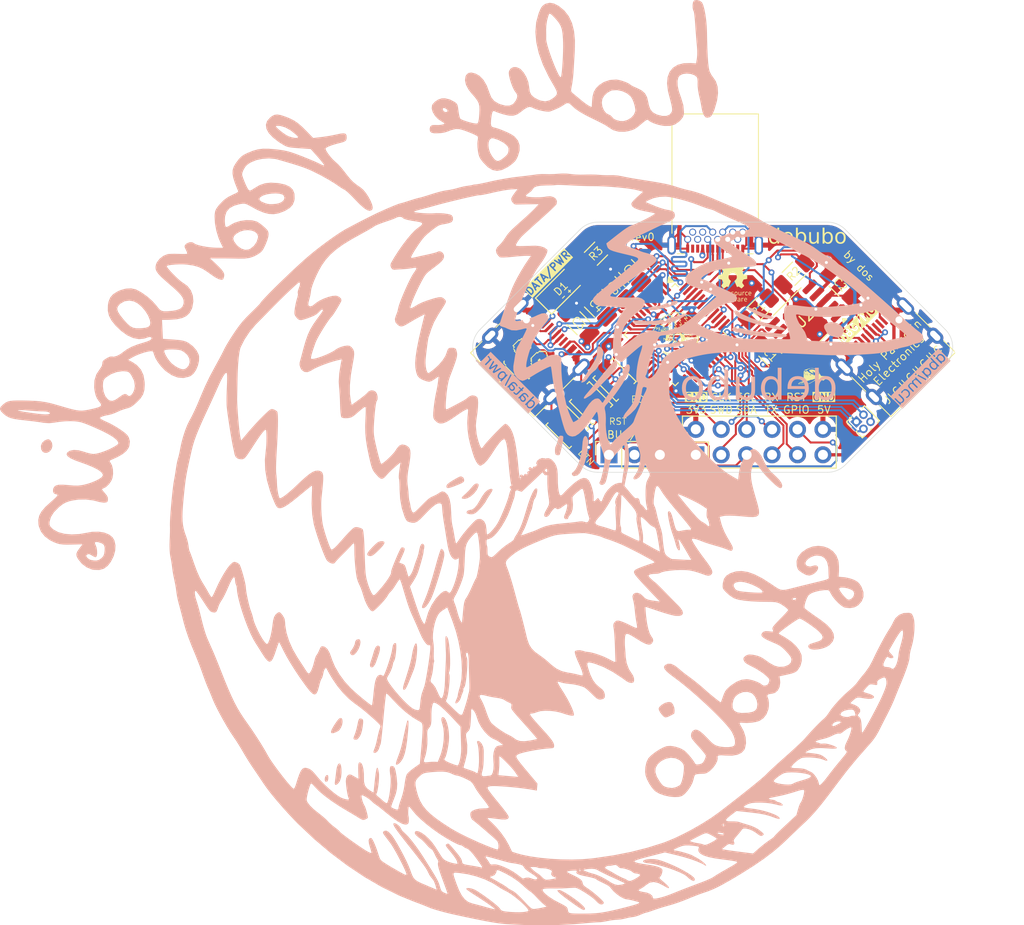
<source format=kicad_pcb>
(kicad_pcb
	(version 20240108)
	(generator "pcbnew")
	(generator_version "8.0")
	(general
		(thickness 1.6)
		(legacy_teardrops no)
	)
	(paper "A4")
	(layers
		(0 "F.Cu" signal)
		(1 "In1.Cu" power)
		(2 "In2.Cu" power)
		(31 "B.Cu" signal)
		(32 "B.Adhes" user "B.Adhesive")
		(33 "F.Adhes" user "F.Adhesive")
		(34 "B.Paste" user)
		(35 "F.Paste" user)
		(36 "B.SilkS" user "B.Silkscreen")
		(37 "F.SilkS" user "F.Silkscreen")
		(38 "B.Mask" user)
		(39 "F.Mask" user)
		(40 "Dwgs.User" user "User.Drawings")
		(41 "Cmts.User" user "User.Comments")
		(42 "Eco1.User" user "User.Eco1")
		(43 "Eco2.User" user "User.Eco2")
		(44 "Edge.Cuts" user)
		(45 "Margin" user)
		(46 "B.CrtYd" user "B.Courtyard")
		(47 "F.CrtYd" user "F.Courtyard")
		(48 "B.Fab" user)
		(49 "F.Fab" user)
		(50 "User.1" user)
		(51 "User.2" user)
		(52 "User.3" user)
		(53 "User.4" user)
		(54 "User.5" user)
		(55 "User.6" user)
		(56 "User.7" user)
		(57 "User.8" user)
		(58 "User.9" user)
	)
	(setup
		(stackup
			(layer "F.SilkS"
				(type "Top Silk Screen")
				(color "White")
			)
			(layer "F.Paste"
				(type "Top Solder Paste")
			)
			(layer "F.Mask"
				(type "Top Solder Mask")
				(color "Green")
				(thickness 0.01)
			)
			(layer "F.Cu"
				(type "copper")
				(thickness 0.035)
			)
			(layer "dielectric 1"
				(type "prepreg")
				(color "FR4 natural")
				(thickness 0.1)
				(material "FR4")
				(epsilon_r 4.5)
				(loss_tangent 0.02)
			)
			(layer "In1.Cu"
				(type "copper")
				(thickness 0.035)
			)
			(layer "dielectric 2"
				(type "core")
				(thickness 1.24)
				(material "FR4")
				(epsilon_r 4.5)
				(loss_tangent 0.02)
			)
			(layer "In2.Cu"
				(type "copper")
				(thickness 0.035)
			)
			(layer "dielectric 3"
				(type "prepreg")
				(thickness 0.1)
				(material "FR4")
				(epsilon_r 4.5)
				(loss_tangent 0.02)
			)
			(layer "B.Cu"
				(type "copper")
				(thickness 0.035)
			)
			(layer "B.Mask"
				(type "Bottom Solder Mask")
				(color "Green")
				(thickness 0.01)
			)
			(layer "B.Paste"
				(type "Bottom Solder Paste")
			)
			(layer "B.SilkS"
				(type "Bottom Silk Screen")
				(color "White")
			)
			(copper_finish "ENIG")
			(dielectric_constraints no)
		)
		(pad_to_mask_clearance 0)
		(allow_soldermask_bridges_in_footprints no)
		(pcbplotparams
			(layerselection 0x00010fc_ffffffff)
			(plot_on_all_layers_selection 0x0000000_00000000)
			(disableapertmacros no)
			(usegerberextensions yes)
			(usegerberattributes yes)
			(usegerberadvancedattributes yes)
			(creategerberjobfile yes)
			(dashed_line_dash_ratio 12.000000)
			(dashed_line_gap_ratio 3.000000)
			(svgprecision 4)
			(plotframeref no)
			(viasonmask no)
			(mode 1)
			(useauxorigin no)
			(hpglpennumber 1)
			(hpglpenspeed 20)
			(hpglpendiameter 15.000000)
			(pdf_front_fp_property_popups yes)
			(pdf_back_fp_property_popups yes)
			(dxfpolygonmode yes)
			(dxfimperialunits yes)
			(dxfusepcbnewfont yes)
			(psnegative no)
			(psa4output no)
			(plotreference yes)
			(plotvalue yes)
			(plotfptext yes)
			(plotinvisibletext no)
			(sketchpadsonfab no)
			(subtractmaskfromsilk yes)
			(outputformat 1)
			(mirror no)
			(drillshape 0)
			(scaleselection 1)
			(outputdirectory "gerbers/")
		)
	)
	(net 0 "")
	(net 1 "unconnected-(U1A-PB14-Pad26)")
	(net 2 "unconnected-(U1A-PF1-OSC_OUT-Pad9)")
	(net 3 "D+")
	(net 4 "D-")
	(net 5 "VBUS")
	(net 6 "unconnected-(U1A-PB4-Pad43)")
	(net 7 "unconnected-(U1A-PF0-OSC_IN-Pad8)")
	(net 8 "PD2_CC1")
	(net 9 "unconnected-(U1A-PB0-Pad19)")
	(net 10 "unconnected-(U1A-PB13-Pad25)")
	(net 11 "unconnected-(U1A-PC14-OSC32_IN-Pad2)")
	(net 12 "unconnected-(U1A-PC7-Pad31)")
	(net 13 "PD2_CC2")
	(net 14 "DBG_VBUS")
	(net 15 "DBG_D-")
	(net 16 "DBG_D+")
	(net 17 "Net-(J2-CC1)")
	(net 18 "Net-(J2-CC2)")
	(net 19 "SBU1")
	(net 20 "PD1_CC2")
	(net 21 "unconnected-(U1A-PB9-Pad48)")
	(net 22 "unconnected-(U1A-PA12[PA10]-Pad34)")
	(net 23 "unconnected-(U1A-PB12-Pad24)")
	(net 24 "PD1_CC1")
	(net 25 "unconnected-(U1A-PB8-Pad47)")
	(net 26 "SBU2")
	(net 27 "I2C_SCL")
	(net 28 "RESET")
	(net 29 "unconnected-(U1A-PB3-Pad42)")
	(net 30 "unconnected-(U1A-PC15-OSC32_OUT-Pad3)")
	(net 31 "SWDIO")
	(net 32 "I2C_SDA")
	(net 33 "BOOT")
	(net 34 "unconnected-(U1A-PB5-Pad44)")
	(net 35 "STM_RX")
	(net 36 "unconnected-(U1A-PB1-Pad20)")
	(net 37 "V3")
	(net 38 "STM_TX")
	(net 39 "Net-(U1B-VREF+)")
	(net 40 "Net-(D1-A)")
	(net 41 "GPIO")
	(net 42 "LED")
	(net 43 "BTN")
	(net 44 "SPI_MISO")
	(net 45 "SPI_MOSI")
	(net 46 "unconnected-(U1A-PA15-Pad37)")
	(net 47 "SPI_NSS")
	(net 48 "SPI_SCK")
	(net 49 "GND")
	(net 50 "BD+")
	(net 51 "BD-")
	(net 52 "VIO")
	(footprint "LOGO" (layer "F.Cu") (at 151.5 98.9))
	(footprint "Capacitor_SMD:C_1206_3216Metric_Pad1.33x1.80mm_HandSolder" (layer "F.Cu") (at 131.5951 90.0951 135))
	(footprint "Button_Switch_SMD:SW_SPST_B3U-1000P" (layer "F.Cu") (at 127 103.95 135))
	(footprint "Debubo:SolderJumperSmol" (layer "F.Cu") (at 134.517157 86.717157 -45))
	(footprint "Capacitor_SMD:C_1206_3216Metric_Pad1.33x1.80mm_HandSolder" (layer "F.Cu") (at 129.8451 91.8451 135))
	(footprint "Capacitor_SMD:C_1206_3216Metric_Pad1.33x1.80mm_HandSolder" (layer "F.Cu") (at 147.25 96.75 135))
	(footprint "LOGO" (layer "F.Cu") (at 122.75 97.25 -45))
	(footprint "Capacitor_SMD:C_1206_3216Metric_Pad1.33x1.80mm_HandSolder" (layer "F.Cu") (at 154.25 89.75 -45))
	(footprint "Capacitor_SMD:C_1206_3216Metric_Pad1.33x1.80mm_HandSolder" (layer "F.Cu") (at 133.25 88.3951 -45))
	(footprint "Package_QFP:LQFP-48_7x7mm_P0.5mm" (layer "F.Cu") (at 137.75 94.75 -45))
	(footprint "Resistor_SMD:R_1206_3216Metric_Pad1.30x1.75mm_HandSolder" (layer "F.Cu") (at 149.596 88.654 45))
	(footprint "LOGO"
		(layer "F.Cu")
		(uuid "4785eff3-e543-4da4-b599-ea83da64dc85")
		(at 137.721624 94.35644)
		(property "Reference" "GPANG"
			(at 0 0 0)
			(layer "F.SilkS")
			(hide yes)
			(uuid "97468709-a4d4-4dba-b48b-3ea4b6fea43f")
			(effects
				(font
					(size 1.5 1.5)
					(thickness 0.3)
				)
			)
		)
		(property "Value" "LOGO"
			(at 0.75 0 0)
			(layer "F.SilkS")
			(hide yes)
			(uuid "6daeae5d-edac-4c57-9798-fda9de553c26")
			(effects
				(font
					(size 1.5 1.5)
					(thickness 0.3)
				)
			)
		)
		(property "Footprint" "LOGO"
			(at 0 0 0)
			(unlocked yes)
			(layer "F.Fab")
			(hide yes)
			(uuid "f22c43c4-e540-4514-ae0e-6121c9681813")
			(effects
				(font
					(size 1.27 1.27)
					(thickness 0.15)
				)
			)
		)
		(property "Datasheet" ""
			(at 0 0 0)
			(unlocked yes)
			(layer "F.Fab")
			(hide yes)
			(uuid "fc718c03-6242-424a-afe7-693a5f74999c")
			(effects
				(font
					(size 1.27 1.27)
					(thickness 0.15)
				)
			)
		)
		(property "Description" ""
			(at 0 0 0)
			(unlocked yes)
			(layer "F.Fab")
			(hide yes)
			(uuid "b837c190-3137-441e-b8ad-e8a1ef3dd34a")
			(effects
				(font
					(size 1.27 1.27)
					(thickness 0.15)
				)
			)
		)
		(attr board_only exclude_from_pos_files exclude_from_bom)
		(fp_poly
			(pts
				(xy 2.093733 0.587019) (xy 2.103678 0.595358) (xy 2.109433 0.604975) (xy 2.109011 0.610894) (xy 2.101548 0.616413)
				(xy 2.091148 0.612209) (xy 2.083789 0.605688) (xy 2.074338 0.593558) (xy 2.074319 0.58593) (xy 2.082928 0.583461)
			)
			(stroke
				(width 0)
				(type solid)
			)
			(fill solid)
			(layer "F.SilkS")
			(uuid "ac657206-7708-43c0-a1e8-c783de963f3a")
		)
		(fp_poly
			(pts
				(xy -1.932415 0.436049) (xy -1.925149 0.445848) (xy -1.923187 0.450927) (xy -1.917452 0.479205)
				(xy -1.921547 0.502697) (xy -1.926811 0.511926) (xy -1.936295 0.525842) (xy -1.942654 0.536292)
				(xy -1.953549 0.545756) (xy -1.969758 0.549436) (xy -1.986971 0.547105) (xy -2.000121 0.539323)
				(xy -2.009805 0.522618) (xy -2.011184 0.502562) (xy -2.005499 0.481498) (xy -1.993991 0.461765)
				(xy -1.977899 0.445707) (xy -1.958466 0.435664) (xy -1.944024 0.433465)
			)
			(stroke
				(width 0)
				(type solid)
			)
			(fill solid)
			(layer "F.SilkS")
			(uuid "1ebe9809-4fe8-4c80-ad44-ce21a3ff5c95")
		)
		(fp_poly
			(pts
				(xy 0.291162 -0.18097) (xy 0.305685 -0.178322) (xy 0.32908 -0.174645) (xy 0.354861 -0.172493) (xy 0.364242 -0.17226)
				(xy 0.383564 -0.17141) (xy 0.392622 -0.168339) (xy 0.392171 -0.162265) (xy 0.383209 -0.152623) (xy 0.367257 -0.144378)
				(xy 0.34474 -0.140389) (xy 0.319403 -0.140772) (xy 0.294995 -0.145644) (xy 0.284784 -0.149575) (xy 0.268497 -0.158373)
				(xy 0.262059 -0.16572) (xy 0.264617 -0.173162) (xy 0.269293 -0.177642) (xy 0.277661 -0.181298)
			)
			(stroke
				(width 0)
				(type solid)
			)
			(fill solid)
			(layer "F.SilkS")
			(uuid "219769a4-c93b-43b4-a94a-8eebe24ec2ae")
		)
		(fp_poly
			(pts
				(xy 1.821885 0.375303) (xy 1.845162 0.381754) (xy 1.854544 0.384657) (xy 1.878995 0.393796) (xy 1.892572 0.402369)
				(xy 1.89522 0.410274) (xy 1.886887 0.417409) (xy 1.874021 0.422022) (xy 1.859689 0.425906) (xy 1.850723 0.426988)
				(xy 1.841688 0.425099) (xy 1.828698 0.420612) (xy 1.813897 0.412722) (xy 1.801074 0.401406) (xy 1.792672 0.389451)
				(xy 1.791134 0.379644) (xy 1.791716 0.378415) (xy 1.797033 0.373819) (xy 1.806466 0.372719)
			)
			(stroke
				(width 0)
				(type solid)
			)
			(fill solid)
			(layer "F.SilkS")
			(uuid "2976cb09-dd76-4521-8f9e-39d240b55eb0")
		)
		(fp_poly
			(pts
				(xy 0.987596 -0.2862) (xy 0.993506 -0.285602) (xy 1.020791 -0.281808) (xy 1.037653 -0.276844) (xy 1.044762 -0.270205)
				(xy 1.042787 -0.261388) (xy 1.036218 -0.253508) (xy 1.029685 -0.248883) (xy 1.020052 -0.246328)
				(xy 1.005136 -0.245685) (xy 0.982751 -0.246796) (xy 0.9641 -0.248303) (xy 0.937224 -0.251982) (xy 0.921243 -0.257445)
				(xy 0.916065 -0.264782) (xy 0.9216 -0.274081) (xy 0.931031 -0.281306) (xy 0.939621 -0.285765) (xy 0.949999 -0.287935)
				(xy 0.965035 -0.288014)
			)
			(stroke
				(width 0)
				(type solid)
			)
			(fill solid)
			(layer "F.SilkS")
			(uuid "a1f3aeea-364e-44a6-9f33-acc2d70590f8")
		)
		(fp_poly
			(pts
				(xy 1.433889 0.081229) (xy 1.437538 0.084741) (xy 1.446012 0.09153) (xy 1.461055 0.098914) (xy 1.47839 0.105067)
				(xy 1.491993 0.107996) (xy 1.501064 0.113136) (xy 1.503106 0.122709) (xy 1.500918 0.132624) (xy 1.492209 0.136835)
				(xy 1.486436 0.137543) (xy 1.471083 0.136057) (xy 1.452373 0.130656) (xy 1.445713 0.127894) (xy 1.425516 0.116454)
				(xy 1.411517 0.104182) (xy 1.405188 0.092721) (xy 1.407025 0.084741) (xy 1.417199 0.078697) (xy 1.422937 0.077795)
			)
			(stroke
				(width 0)
				(type solid)
			)
			(fill solid)
			(layer "F.SilkS")
			(uuid "6b006c0c-942b-4a76-8d3f-47ad988798a7")
		)
		(fp_poly
			(pts
				(xy 1.98597 0.578947) (xy 1.999716 0.586146) (xy 2.015612 0.598914) (xy 2.018323 0.60152) (xy 2.035036 0.617572)
				(xy 2.051841 0.633055) (xy 2.060257 0.640461) (xy 2.073606 0.653431) (xy 2.077198 0.661703) (xy 2.071022 0.665921)
				(xy 2.059784 0.666812) (xy 2.042286 0.663123) (xy 2.023211 0.65116) (xy 2.018502 0.647268) (xy 2.001906 0.631055)
				(xy 1.987336 0.613288) (xy 1.976889 0.596854) (xy 1.972664 0.584638) (xy 1.972653 0.584194) (xy 1.976305 0.578052)
			)
			(stroke
				(width 0)
				(type solid)
			)
			(fill solid)
			(layer "F.SilkS")
			(uuid "30d1cda9-4e39-43c1-8c94-f16a6dbcccdc")
		)
		(fp_poly
			(pts
				(xy 1.360202 0.18516) (xy 1.378611 0.193839) (xy 1.392034 0.202524) (xy 1.41137 0.215377) (xy 1.430826 0.227522)
				(xy 1.440593 0.233199) (xy 1.455701 0.244315) (xy 1.461418 0.255232) (xy 1.461431 0.255724) (xy 1.457244 0.264409)
				(xy 1.446039 0.26658) (xy 1.429843 0.262176) (xy 1.419668 0.257) (xy 1.395418 0.24271) (xy 1.378606 0.232563)
				(xy 1.367037 0.22516) (xy 1.358518 0.2191) (xy 1.351383 0.213422) (xy 1.341313 0.201336) (xy 1.340855 0.192584)
				(xy 1.347848 0.184787)
			)
			(stroke
				(width 0)
				(type solid)
			)
			(fill solid)
			(layer "F.SilkS")
			(uuid "c0b9abc3-53e5-4895-a3cd-2521847c850b")
		)
		(fp_poly
			(pts
				(xy 0.413586 -0.283612) (xy 0.414676 -0.282817) (xy 0.421077 -0.27524) (xy 0.419885 -0.268359) (xy 0.410173 -0.261336)
				(xy 0.39101 -0.253331) (xy 0.376471 -0.248327) (xy 0.351583 -0.240272) (xy 0.334994 -0.235608) (xy 0.324499 -0.234101)
				(xy 0.317891 -0.23552) (xy 0.312963 -0.23963) (xy 0.311401 -0.241453) (xy 0.306511 -0.254333) (xy 0.310187 -0.266879)
				(xy 0.316736 -0.272492) (xy 0.326101 -0.275344) (xy 0.342994 -0.278954) (xy 0.363929 -0.282587)
				(xy 0.366055 -0.282914) (xy 0.389798 -0.285914) (xy 0.404926 -0.286148)
			)
			(stroke
				(width 0)
				(type solid)
			)
			(fill solid)
			(layer "F.SilkS")
			(uuid "ce4f3cb3-bef1-4aea-9e48-3a9138344b38")
		)
		(fp_poly
			(pts
				(xy 1.465457 2.002335) (xy 1.466299 2.012863) (xy 1.463751 2.032398) (xy 1.457782 2.061456) (xy 1.448391 2.10045)
				(xy 1.439302 2.135626) (xy 1.432071 2.161223) (xy 1.426245 2.178531) (xy 1.421372 2.188842) (xy 1.416998 2.193446)
				(xy 1.415587 2.193934) (xy 1.409002 2.192961) (xy 1.406238 2.185056) (xy 1.405863 2.175565) (xy 1.407516 2.157252)
				(xy 1.411981 2.132822) (xy 1.418517 2.104896) (xy 1.426384 2.076095) (xy 1.43484 2.049041) (xy 1.443145 2.026356)
				(xy 1.450557 2.010661) (xy 1.453717 2.006232) (xy 1.461253 2.000297)
			)
			(stroke
				(width 0)
				(type solid)
			)
			(fill solid)
			(layer "F.SilkS")
			(uuid "75941cb2-c3a2-4af2-b84f-9d45d51ae054")
		)
		(fp_poly
			(pts
				(xy -1.646773 0.06286) (xy -1.647219 0.069096) (xy -1.651096 0.082747) (xy -1.657409 0.101035) (xy -1.665165 0.12118)
				(xy -1.673369 0.140405) (xy -1.678071 0.1503) (xy -1.690145 0.170935) (xy -1.703588 0.188594) (xy -1.716348 0.200931)
				(xy -1.726375 0.2056) (xy -1.726417 0.2056) (xy -1.733136 0.203819) (xy -1.733713 0.202686) (xy -1.730957 0.196903)
				(xy -1.723687 0.184336) (xy -1.713393 0.167553) (xy -1.711899 0.165178) (xy -1.698673 0.142274)
				(xy -1.686187 0.11746) (xy -1.678352 0.099148) (xy -1.669389 0.079714) (xy -1.659885 0.066528) (xy -1.651271 0.061234)
			)
			(stroke
				(width 0)
				(type solid)
			)
			(fill solid)
			(layer "F.SilkS")
			(uuid "9e7d9363-affc-47c0-b36b-875cde412a35")
		)
		(fp_poly
			(pts
				(xy 1.723499 0.456051) (xy 1.739203 0.467998) (xy 1.743829 0.471833) (xy 1.762782 0.486328) (xy 1.782952 0.499741)
				(xy 1.793448 0.505734) (xy 1.809096 0.514494) (xy 1.815802 0.520953) (xy 1.814859 0.527138) (xy 1.810396 0.532338)
				(xy 1.804117 0.537064) (xy 1.796134 0.53802) (xy 1.782841 0.535264) (xy 1.774381 0.532889) (xy 1.761489 0.526592)
				(xy 1.744364 0.514893) (xy 1.726611 0.500266) (xy 1.725829 0.499555) (xy 1.709979 0.484461) (xy 1.701436 0.474265)
				(xy 1.698853 0.466892) (xy 1.700636 0.460717) (xy 1.706278 0.452942) (xy 1.713212 0.451209)
			)
			(stroke
				(width 0)
				(type solid)
			)
			(fill solid)
			(layer "F.SilkS")
			(uuid "ab5a3f2e-d8c6-4a58-93da-27bef9253d04")
		)
		(fp_poly
			(pts
				(xy -0.282151 -0.070954) (xy -0.269412 -0.062244) (xy -0.254826 -0.052441) (xy -0.243916 -0.045979)
				(xy -0.240111 -0.044454) (xy -0.231681 -0.040297) (xy -0.220931 -0.030318) (xy -0.211208 -0.018253)
				(xy -0.205861 -0.00784) (xy -0.205601 -0.005927) (xy -0.209338 0.002826) (xy -0.217344 0.009681)
				(xy -0.224115 0.010705) (xy -0.228743 0.007533) (xy -0.239967 -0.000382) (xy -0.255126 -0.011162)
				(xy -0.273362 -0.024805) (xy -0.289987 -0.038304) (xy -0.299417 -0.046837) (xy -0.308417 -0.056701)
				(xy -0.310015 -0.062999) (xy -0.304999 -0.069681) (xy -0.304142 -0.070543) (xy -0.298052 -0.075501)
				(xy -0.291743 -0.075882)
			)
			(stroke
				(width 0)
				(type solid)
			)
			(fill solid)
			(layer "F.SilkS")
			(uuid "2064a8c6-da98-440b-82ba-6b895f9443d5")
		)
		(fp_poly
			(pts
				(xy 1.502965 0.647207) (xy 1.51445 0.655298) (xy 1.533024 0.669195) (xy 1.559134 0.689234) (xy 1.593224 0.715752)
				(xy 1.613008 0.731236) (xy 1.633292 0.745746) (xy 1.658081 0.761536) (xy 1.680923 0.774594) (xy 1.699194 0.78506)
				(xy 1.712858 0.794381) (xy 1.719527 0.800884) (xy 1.71982 0.801857) (xy 1.715135 0.807802) (xy 1.702904 0.809675)
				(xy 1.685868 0.807614) (xy 1.666767 0.801756) (xy 1.660132 0.79885) (xy 1.637266 0.785403) (xy 1.609897 0.764578)
				(xy 1.5774 0.73585) (xy 1.539147 0.698695) (xy 1.532732 0.692218) (xy 1.512594 0.671228) (xy 1.500216 0.656836)
				(xy 1.495038 0.648272) (xy 1.4965 0.644766) (xy 1.498122 0.644585)
			)
			(stroke
				(width 0)
				(type solid)
			)
			(fill solid)
			(layer "F.SilkS")
			(uuid "8c4e9124-530b-4685-a3a7-5ca136c6afa3")
		)
		(fp_poly
			(pts
				(xy -0.394818 0.026768) (xy -0.378783 0.039138) (xy -0.367441 0.050654) (xy -0.343563 0.074357)
				(xy -0.317013 0.096232) (xy -0.289697 0.115134) (xy -0.26352 0.129913) (xy -0.240386 0.139424) (xy -0.2222 0.142518)
				(xy -0.216446 0.141612) (xy -0.207342 0.142927) (xy -0.202548 0.150711) (xy -0.203924 0.160593)
				(xy -0.206786 0.164315) (xy -0.224012 0.173494) (xy -0.24403 0.173072) (xy -0.250055 0.170978) (xy -0.263018 0.165368)
				(xy -0.281211 0.157457) (xy -0.29323 0.152216) (xy -0.310503 0.142602) (xy -0.331629 0.127821) (xy -0.354228 0.109912)
				(xy -0.375919 0.09091) (xy -0.394321 0.072852) (xy -0.407055 0.057775) (xy -0.410668 0.051741) (xy -0.416283 0.034388)
				(xy -0.414735 0.024422) (xy -0.407191 0.021872)
			)
			(stroke
				(width 0)
				(type solid)
			)
			(fill solid)
			(layer "F.SilkS")
			(uuid "fec170a4-69cc-467a-8e5e-3f1a230f8936")
		)
		(fp_poly
			(pts
				(xy 0.265586 -0.103844) (xy 0.29326 -0.096543) (xy 0.313957 -0.088909) (xy 0.34638 -0.077656) (xy 0.371124 -0.07296)
				(xy 0.389405 -0.074712) (xy 0.400832 -0.081247) (xy 0.4117 -0.086687) (xy 0.422103 -0.085908) (xy 0.427707 -0.079476)
				(xy 0.427871 -0.077717) (xy 0.424252 -0.070049) (xy 0.41542 -0.059305) (xy 0.414232 -0.058094) (xy 0.403453 -0.050048)
				(xy 0.389706 -0.045864) (xy 0.370733 -0.045332) (xy 0.344281 -0.048245) (xy 0.330797 -0.050379)
				(xy 0.312194 -0.054198) (xy 0.296683 -0.058589) (xy 0.2919 -0.060495) (xy 0.280424 -0.064974) (xy 0.26271 -0.070736)
				(xy 0.248665 -0.074828) (xy 0.228386 -0.081441) (xy 0.21862 -0.087481) (xy 0.218832 -0.093579) (xy 0.227462 -0.099827)
				(xy 0.244201 -0.104869)
			)
			(stroke
				(width 0)
				(type solid)
			)
			(fill solid)
			(layer "F.SilkS")
			(uuid "aa57f71c-03df-4b13-9366-b692924adf74")
		)
		(fp_poly
			(pts
				(xy 0.688605 -0.011353) (xy 0.701975 -0.003788) (xy 0.721271 0.008305) (xy 0.744938 0.023957) (xy 0.767458 0.039424)
				(xy 0.826809 0.080025) (xy 0.878204 0.113407) (xy 0.921964 0.139766) (xy 0.958407 0.159302) (xy 0.968927 0.164305)
				(xy 0.987478 0.174007) (xy 0.996063 0.181753) (xy 0.996564 0.18643) (xy 0.988945 0.192856) (xy 0.973157 0.19307)
				(xy 0.948848 0.187033) (xy 0.924315 0.178183) (xy 0.907592 0.170196) (xy 0.883899 0.156993) (xy 0.855265 0.139887)
				(xy 0.823714 0.120187) (xy 0.791275 0.099205) (xy 0.759973 0.078252) (xy 0.731836 0.058637) (xy 0.70889 0.041673)
				(xy 0.693207 0.028711) (xy 0.682906 0.015382) (xy 0.678041 0.001283) (xy 0.679499 -0.010023) (xy 0.682717 -0.013419)
			)
			(stroke
				(width 0)
				(type solid)
			)
			(fill solid)
			(layer "F.SilkS")
			(uuid "8db06e1b-b52d-4d45-93b6-869ea0c98fa3")
		)
		(fp_poly
			(pts
				(xy 1.174462 0.325643) (xy 1.189649 0.334338) (xy 1.206815 0.346341) (xy 1.222795 0.359614) (xy 1.223649 0.360408)
				(xy 1.241211 0.375015) (xy 1.267123 0.393982) (xy 1.299981 0.416348) (xy 1.338381 0.441148) (xy 1.369781 0.46065)
				(xy 1.388205 0.473468) (xy 1.397243 0.483444) (xy 1.396588 0.49006) (xy 1.388732 0.492601) (xy 1.380305 0.490502)
				(xy 1.365211 0.484199) (xy 1.34645 0.474968) (xy 1.343023 0.473152) (xy 1.319133 0.460353) (xy 1.293981 0.446883)
				(xy 1.274581 0.436499) (xy 1.256804 0.425398) (xy 1.237379 0.410686) (xy 1.217639 0.393743) (xy 1.198918 0.375952)
				(xy 1.182547 0.358694) (xy 1.169859 0.343349) (xy 1.162187 0.331301) (xy 1.160864 0.32393) (xy 1.164419 0.322293)
			)
			(stroke
				(width 0)
				(type solid)
			)
			(fill solid)
			(layer "F.SilkS")
			(uuid "2a39b8c1-5611-4ea6-845e-23816d860d9a")
		)
		(fp_poly
			(pts
				(xy -0.827971 -0.209095) (xy -0.813612 -0.207488) (xy -0.792779 -0.20421) (xy -0.764276 -0.199139)
				(xy -0.726905 -0.192155) (xy -0.694597 -0.186018) (xy -0.661235 -0.17971) (xy -0.629973 -0.173885)
				(xy -0.603147 -0.168972) (xy -0.583096 -0.1654) (xy -0.573737 -0.163832) (xy -0.557549 -0.159956)
				(xy -0.550571 -0.155243) (xy -0.553519 -0.150501) (xy -0.559845 -0.148114) (xy -0.597189 -0.142649)
				(xy -0.639029 -0.144932) (xy -0.657216 -0.147259) (xy -0.682781 -0.150142) (xy -0.712031 -0.153178)
				(xy -0.735631 -0.15545) (xy -0.762647 -0.158354) (xy -0.786464 -0.16166) (xy -0.804391 -0.164948)
				(xy -0.813426 -0.167622) (xy -0.833021 -0.180726) (xy -0.843328 -0.194579) (xy -0.844629 -0.201246)
				(xy -0.844187 -0.205107) (xy -0.842061 -0.207783) (xy -0.837055 -0.209153)
			)
			(stroke
				(width 0)
				(type solid)
			)
			(fill solid)
			(layer "F.SilkS")
			(uuid "7846a38d-13d3-45fb-b3b8-ac7eea47cadf")
		)
		(fp_poly
			(pts
				(xy -1.572707 0.027122) (xy -1.570004 0.03947) (xy -1.569862 0.055766) (xy -1.572529 0.072099) (xy -1.578621 0.086904)
				(xy -1.590379 0.108737) (xy -1.60667 0.135838) (xy -1.626363 0.166442) (xy -1.648325 0.198788) (xy -1.671424 0.231112)
				(xy -1.693067 0.259779) (xy -1.71196 0.283295) (xy -1.725372 0.298073) (xy -1.733949 0.304646) (xy -1.738337 0.303548)
				(xy -1.739269 0.297894) (xy -1.736202 0.289467) (xy -1.72826 0.275608) (xy -1.719869 0.263164) (xy -1.696231 0.230008)
				(xy -1.677712 0.203286) (xy -1.662753 0.180553) (xy -1.64979 0.159362) (xy -1.637263 0.137269) (xy -1.62535 0.11512)
				(xy -1.613257 0.091375) (xy -1.603425 0.070364) (xy -1.596921 0.054484) (xy -1.594793 0.046475)
				(xy -1.591477 0.034326) (xy -1.583837 0.024764) (xy -1.577614 0.022227)
			)
			(stroke
				(width 0)
				(type solid)
			)
			(fill solid)
			(layer "F.SilkS")
			(uuid "30de9b28-1281-4ef3-b6e0-8562456619fa")
		)
		(fp_poly
			(pts
				(xy -1.189611 -0.319266) (xy -1.188677 -0.318487) (xy -1.189128 -0.312144) (xy -1.196811 -0.302514)
				(xy -1.209254 -0.291725) (xy -1.223985 -0.281907) (xy -1.238533 -0.275191) (xy -1.23916 -0.27499)
				(xy -1.252771 -0.269223) (xy -1.26941 -0.260248) (xy -1.27378 -0.257578) (xy -1.28833 -0.249498)
				(xy -1.299993 -0.2449) (xy -1.302625 -0.244498) (xy -1.311854 -0.241577) (xy -1.313766 -0.239605)
				(xy -1.322097 -0.234348) (xy -1.335431 -0.231615) (xy -1.347767 -0.232383) (xy -1.350648 -0.233603)
				(xy -1.35435 -0.240964) (xy -1.353275 -0.244173) (xy -1.345818 -0.250142) (xy -1.331071 -0.258206)
				(xy -1.312263 -0.266877) (xy -1.292623 -0.274667) (xy -1.275381 -0.280088) (xy -1.275279 -0.280113)
				(xy -1.258987 -0.286437) (xy -1.24252 -0.296024) (xy -1.241938 -0.296444) (xy -1.217804 -0.312341)
				(xy -1.200273 -0.319985)
			)
			(stroke
				(width 0)
				(type solid)
			)
			(fill solid)
			(layer "F.SilkS")
			(uuid "e3156611-c05e-4ac7-b329-8a1839c879ca")
		)
		(fp_poly
			(pts
				(xy -1.067143 -0.312935) (xy -1.0669 -0.310476) (xy -1.070969 -0.303113) (xy -1.081936 -0.290616)
				(xy -1.097943 -0.274693) (xy -1.117132 -0.257051) (xy -1.137644 -0.239399) (xy -1.157621 -0.223445)
				(xy -1.175204 -0.210898) (xy -1.175257 -0.210864) (xy -1.192876 -0.199202) (xy -1.207348 -0.189279)
				(xy -1.21561 -0.183196) (xy -1.21572 -0.183103) (xy -1.229129 -0.174514) (xy -1.248076 -0.165941)
				(xy -1.270278 -0.15798) (xy -1.293455 -0.151228) (xy -1.315325 -0.146281) (xy -1.333607 -0.143737)
				(xy -1.346019 -0.14419) (xy -1.350296 -0.14791) (xy -1.345445 -0.151808) (xy -1.332258 -0.158674)
				(xy -1.312784 -0.167518) (xy -1.290531 -0.176772) (xy -1.227823 -0.205464) (xy -1.174177 -0.238052)
				(xy -1.127911 -0.275587) (xy -1.11954 -0.283637) (xy -1.099388 -0.301926) (xy -1.083318 -0.313221)
				(xy -1.072261 -0.317049)
			)
			(stroke
				(width 0)
				(type solid)
			)
			(fill solid)
			(layer "F.SilkS")
			(uuid "10b1cf3e-69a6-4d0a-bd43-e0bd2cf87a8a")
		)
		(fp_poly
			(pts
				(xy 0.961002 2.19818) (xy 0.959021 2.207045) (xy 0.949464 2.220169) (xy 0.941332 2.228564) (xy 0.924047 2.247471)
				(xy 0.904913 2.272271) (xy 0.88511 2.300977) (xy 0.865817 2.331602) (xy 0.848211 2.362159) (xy 0.833472 2.39066)
				(xy 0.822778 2.415117) (xy 0.817309 2.433543) (xy 0.816845 2.438459) (xy 0.815084 2.453361) (xy 0.810737 2.468471)
				(xy 0.805207 2.479914) (xy 0.800394 2.483876) (xy 0.793765 2.480467) (xy 0.790943 2.477978) (xy 0.788761 2.468634)
				(xy 0.791312 2.451295) (xy 0.7979 2.427665) (xy 0.807831 2.399449) (xy 0.820408 2.368349) (xy 0.834938 2.33607)
				(xy 0.850724 2.304315) (xy 0.867073 2.274788) (xy 0.883288 2.249193) (xy 0.885681 2.245776) (xy 0.899308 2.230148)
				(xy 0.916564 2.215089) (xy 0.934338 2.202883) (xy 0.949521 2.195819) (xy 0.954863 2.194924)
			)
			(stroke
				(width 0)
				(type solid)
			)
			(fill solid)
			(layer "F.SilkS")
			(uuid "01551c69-6e29-4c37-a8cb-88ed8f939d3b")
		)
		(fp_poly
			(pts
				(xy -1.495502 0.100126) (xy -1.494772 0.103484) (xy -1.498673 0.115409) (xy -1.509684 0.133577)
				(xy -1.526761 0.156679) (xy -1.548862 0.183402) (xy -1.574944 0.212437) (xy -1.603965 0.242472)
				(xy -1.610261 0.24871) (xy -1.6422 0.279829) (xy -1.667385 0.303622) (xy -1.686722 0.320818) (xy -1.701118 0.332142)
				(xy -1.711479 0.338322) (xy -1.71871 0.340085) (xy -1.722681 0.338913) (xy -1.724723 0.337076) (xy -1.72499 0.334284)
				(xy -1.722709 0.329656) (xy -1.717105 0.322316) (xy -1.707403 0.311384) (xy -1.69283 0.295982) (xy -1.672611 0.275232)
				(xy -1.645972 0.248254) (xy -1.617425 0.219492) (xy -1.597086 0.197609) (xy -1.575244 0.171918)
				(xy -1.556534 0.147876) (xy -1.556081 0.147254) (xy -1.542555 0.128703) (xy -1.531078 0.113133)
				(xy -1.523549 0.103115) (xy -1.522211 0.101411) (xy -1.512855 0.095432) (xy -1.502407 0.095121)
			)
			(stroke
				(width 0)
				(type solid)
			)
			(fill solid)
			(layer "F.SilkS")
			(uuid "696d98d2-0c7a-4ea1-8161-0b6e94a12a6c")
		)
		(fp_poly
			(pts
				(xy -0.800957 -0.329451) (xy -0.790147 -0.317255) (xy -0.783158 -0.308956) (xy -0.776097 -0.302233)
				(xy -0.767288 -0.296312) (xy -0.755058 -0.29042) (xy -0.737732 -0.283782) (xy -0.713638 -0.275624)
				(xy -0.6811 -0.265174) (xy -0.669591 -0.261523) (xy -0.64043 -0.252305) (xy -0.620375 -0.245894)
				(xy -0.607969 -0.241641) (xy -0.601756 -0.2389) (xy -0.600278 -0.237021) (xy -0.602079 -0.235357)
				(xy -0.605702 -0.23326) (xy -0.605844 -0.233171) (xy -0.619146 -0.228769) (xy -0.637705 -0.230093)
				(xy -0.658581 -0.235569) (xy -0.678465 -0.239611) (xy -0.698322 -0.240457) (xy -0.701059 -0.240215)
				(xy -0.713818 -0.239912) (xy -0.727989 -0.242481) (xy -0.745834 -0.248646) (xy -0.769619 -0.259136)
				(xy -0.788944 -0.268426) (xy -0.811628 -0.283447) (xy -0.824373 -0.301065) (xy -0.826656 -0.320492)
				(xy -0.825929 -0.324067) (xy -0.820586 -0.335759) (xy -0.812468 -0.337593)
			)
			(stroke
				(width 0)
				(type solid)
			)
			(fill solid)
			(layer "F.SilkS")
			(uuid "e7bbed64-ffca-404b-a0cf-49fd67e1685b")
		)
		(fp_poly
			(pts
				(xy 0.187374 -1.866634) (xy 0.225124 -1.865443) (xy 0.266749 -1.8636) (xy 0.310744 -1.861217) (xy 0.355604 -1.858406)
				(xy 0.399821 -1.855279) (xy 0.44189 -1.85195) (xy 0.480305 -1.84853) (xy 0.51356 -1.845131) (xy 0.540148 -1.841866)
				(xy 0.558564 -1.838848) (xy 0.567103 -1.83632) (xy 0.573597 -1.835176) (xy 0.589074 -1.833486) (xy 0.611428 -1.831452)
				(xy 0.638552 -1.829276) (xy 0.647833 -1.828587) (xy 0.685621 -1.825287) (xy 0.717737 -1.820965)
				(xy 0.748785 -1.814782) (xy 0.783368 -1.805899) (xy 0.802953 -1.80032) (xy 0.833475 -1.791062) (xy 0.862675 -1.781536)
				(xy 0.88766 -1.772729) (xy 0.905537 -1.76563) (xy 0.908532 -1.76425) (xy 0.924119 -1.757266) (xy 0.947262 -1.747589)
				(xy 0.975094 -1.736387) (xy 1.00475 -1.72483) (xy 1.011332 -1.722319) (xy 1.078644 -1.695375) (xy 1.140656 -1.667415)
				(xy 1.203073 -1.635848) (xy 1.211376 -1.631418) (xy 1.246246 -1.613437) (xy 1.282021 -1.596245)
				(xy 1.315299 -1.581416) (xy 1.342679 -1.570522) (xy 1.344553 -1.569853) (xy 1.369242 -1.559054)
				(xy 1.3992 -1.542756) (xy 1.431387 -1.522835) (xy 1.462759 -1.501171) (xy 1.489214 -1.480538) (xy 1.50819 -1.465073)
				(xy 1.526076 -1.451349) (xy 1.539604 -1.441852) (xy 1.541783 -1.440511) (xy 1.554201 -1.431884)
				(xy 1.571054 -1.418469) (xy 1.588729 -1.403144) (xy 1.589016 -1.402883) (xy 1.608676 -1.385421)
				(xy 1.629361 -1.36769) (xy 1.644804 -1.354974) (xy 1.659428 -1.342432) (xy 1.679459 -1.324019) (xy 1.703268 -1.301357)
				(xy 1.729226 -1.276069) (xy 1.755702 -1.249777) (xy 1.781067 -1.224105) (xy 1.803692 -1.200676)
				(xy 1.821946 -1.181111) (xy 1.8342 -1.167034) (xy 1.836447 -1.164144) (xy 1.847252 -1.15067) (xy 1.8633 -1.132018)
				(xy 1.882125 -1.111014) (xy 1.895407 -1.096665) (xy 1.914762 -1.074785) (xy 1.932796 -1.052147)
				(xy 1.947028 -1.031977) (xy 1.9531 -1.021649) (xy 1.965571 -0.99901) (xy 1.980211 -0.974906) (xy 1.987324 -0.9641)
				(xy 2.000058 -0.944061) (xy 2.01416 -0.919689) (xy 2.02497 -0.899375) (xy 2.037266 -0.876358) (xy 2.05082 -0.853078)
				(xy 2.06141 -0.836514) (xy 2.07324 -0.817388) (xy 2.086165 -0.79357) (xy 2.0959 -0.773433) (xy 2.104999 -0.753627)
				(xy 2.117395 -0.727324) (xy 2.131444 -0.69798) (xy 2.145239 -0.669591) (xy 2.164225 -0.627315) (xy 2.183413 -0.57814)
				(xy 2.201241 -0.526143) (xy 2.205902 -0.511223) (xy 2.217046 -0.47567) (xy 2.229102 -0.438822) (xy 2.240912 -0.404114)
				(xy 2.251319 -0.374984) (xy 2.255486 -0.363969) (xy 2.265771 -0.336612) (xy 2.275591 -0.308928)
				(xy 2.283493 -0.28508) (xy 2.286509 -0.27506) (xy 2.293492 -0.251624) (xy 2.302158 -0.224273) (xy 2.309311 -0.202822)
				(xy 2.317045 -0.176892) (xy 2.325489 -0.142829) (xy 2.334076 -0.103542) (xy 2.342237 -0.061938)
				(xy 2.349406 -0.020926) (xy 2.355013 0.016586) (xy 2.358493 0.047692) (xy 2.358677 0.050011) (xy 2.361489 0.077769)
				(xy 2.36585 0.110633) (xy 2.370971 0.142845) (xy 2.37278 0.152811) (xy 2.377946 0.183286) (xy 2.383137 0.219208)
				(xy 2.387572 0.254938) (xy 2.389386 0.272282) (xy 2.392476 0.30355) (xy 2.395873 0.336181) (xy 2.399078 0.365456)
				(xy 2.400784 0.380133) (xy 2.403696 0.414604) (xy 2.405369 0.457672) (xy 2.405826 0.506892) (xy 2.405092 0.559818)
				(xy 2.403188 0.614007) (xy 2.40014 0.667012) (xy 2.397758 0.697375) (xy 2.38265 0.827937) (xy 2.36058 0.955895)
				(xy 2.331912 1.079982) (xy 2.297012 1.19893) (xy 2.256246 1.31147) (xy 2.20998 1.416334) (xy 2.167049 1.497707)
				(xy 2.15236 1.523619) (xy 2.139149 1.547444) (xy 2.128693 1.56684) (xy 2.122272 1.579466) (xy 2.121547 1.581058)
				(xy 2.114077 1.595017) (xy 2.101298 1.61559) (xy 2.084689 1.640592) (xy 2.065724 1.667836) (xy 2.045883 1.695135)
				(xy 2.032938 1.712233) (xy 1.991344 1.765887) (xy 1.955586 1.811457) (xy 1.924932 1.849828) (xy 1.898652 1.881881)
				(xy 1.876014 1.9085) (xy 1.856286 1.930567) (xy 1.838737 1.948965) (xy 1.828177 1.959351) (xy 1.751173 2.030605)
				(xy 1.67177 2.099455) (xy 1.592344 2.163941) (xy 1.515273 2.222105) (xy 1.475322 2.250296) (xy 1.450577 2.267458)
				(xy 1.42836 2.28318) (xy 1.410666 2.296028) (xy 1.399492 2.304564) (xy 1.397528 2.306235) (xy 1.386779 2.314147)
				(xy 1.370002 2.324515) (xy 1.353838 2.333481) (xy 1.333551 2.345012) (xy 1.314586 2.357254) (xy 1.303827 2.365317)
				(xy 1.28747 2.376925) (xy 1.26765 2.388131) (xy 1.261387 2.391086) (xy 1.243328 2.399997) (xy 1.227438 2.409382)
				(xy 1.223003 2.412534) (xy 1.210095 2.419929) (xy 1.191394 2.427677) (xy 1.178549 2.431857) (xy 1.160697 2.437405)
				(xy 1.147073 2.442424) (xy 1.141916 2.445005) (xy 1.134257 2.448834) (xy 1.119148 2.45504) (xy 1.099646 2.462377)
				(xy 1.096629 2.463463) (xy 1.072079 2.47291) (xy 1.043138 2.485018) (xy 1.015346 2.497454) (xy 1.010499 2.499735)
				(xy 0.985575 2.510594) (xy 0.954373 2.522755) (xy 0.921328 2.534546) (xy 0.897418 2.542322) (xy 0.868344 2.551568)
				(xy 0.839924 2.561115) (xy 0.815614 2.569773) (xy 0.800175 2.575794) (xy 0.775468 2.585436) (xy 0.748639 2.59413)
				(xy 0.718091 2.60224) (xy 0.682227 2.610132) (xy 0.639449 2.61817) (xy 0.588161 2.626717) (xy 0.552899 2.632202)
				(xy 0.46896 2.643625) (xy 0.393258 2.650914) (xy 0.323757 2.65418) (xy 0.258423 2.65353) (xy 0.211157 2.650558)
				(xy 0.187363 2.648735) (xy 0.156282 2.646656) (xy 0.121728 2.644562) (xy 0.087517 2.642694) (xy 0.083351 2.642483)
				(xy 0.052025 2.640526) (xy 0.021544 2.637696) (xy -0.009749 2.633701) (xy -0.043511 2.628248) (xy -0.081401 2.621044)
				(xy -0.125074 2.611799) (xy -0.176189 2.600218) (xy -0.235146 2.586311) (xy -0.325638 2.566173)
				(xy -0.415558 2.549351) (xy -0.510493 2.53481) (xy -0.518599 2.533696) (xy -0.556551 2.527464) (xy -0.588353 2.519494)
				(xy -0.618963 2.508428) (xy -0.632916 2.502415) (xy -0.651401 2.494326) (xy -0.676384 2.483637)
				(xy -0.704077 2.471961) (xy -0.72238 2.464339) (xy -0.750631 2.452184) (xy -0.779473 2.439001) (xy -0.804739 2.426731)
				(xy -0.816846 2.420396) (xy -0.838654 2.408641) (xy -0.8657 2.394342) (xy -0.893301 2.379967) (xy -0.902975 2.374991)
				(xy -0.948631 2.350923) (xy -0.987095 2.32922) (xy -1.017604 2.310356) (xy -1.039393 2.294802) (xy -1.050369 2.284305)
				(xy -0.857139 2.284305) (xy -0.856756 2.294328) (xy -0.848674 2.308559) (xy -0.840584 2.318331)
				(xy -0.829058 2.327871) (xy -0.812247 2.338375) (xy -0.7883 2.35104) (xy -0.766143 2.361907) (xy -0.743122 2.372529)
				(xy -0.715193 2.384708) (xy -0.684259 2.397693) (xy -0.652225 2.410731) (xy -0.620995 2.423067)
				(xy -0.592472 2.43395) (xy -0.568563 2.442626) (xy -0.551169 2.448342) (xy -0.542494 2.450343) (xy -0.540992 2.447164)
				(xy -0.543126 2.44359) (xy -0.56249 2.418607) (xy -0.575605 2.400335) (xy -0.583452 2.387041) (xy -0.584473 2.384155)
				(xy -0.511223 2.384155) (xy -0.506653 2.390338) (xy -0.494711 2.399636) (xy -0.478051 2.410369)
				(xy -0.459327 2.420855) (xy -0.441191 2.429414) (xy -0.437406 2.430925) (xy -0.414701 2.441922)
				(xy -0.400437 2.45393) (xy -0.395707 2.465903) (xy -0.396542 2.469988) (xy -0.397827 2.474595) (xy -0.396548 2.478172)
				(xy -0.391109 2.481274) (xy -0.379918 2.484456) (xy -0.361379 2.488271) (xy -0.333898 2.493274)
				(xy -0.325055 2.494844) (xy -0.294185 2.500608) (xy -0.261655 2.507158) (xy -0.232413 2.51348) (xy -0.219493 2.516499)
				(xy -0.196051 2.521727) (xy -0.174464 2.525716) (xy -0.158795 2.527729) (xy -0.156851 2.527826)
				(xy -0.144808 2.527631) (xy -0.141921 2.524572) (xy -0.146249 2.516378) (xy -0.146598 2.515828)
				(xy -0.15379 2.498814) (xy -0.155595 2.489906) (xy -0.05279 2.489906) (xy -0.048385 2.496768) (xy -0.037237 2.50664)
				(xy -0.022448 2.517374) (xy -0.007116 2.526819) (xy 0.005658 2.532826) (xy 0.010643 2.533887) (xy 0.019119 2.536878)
				(xy 0.033334 2.544679) (xy 0.048557 2.554495) (xy 0.078478 2.575103) (xy 0.168046 2.579575) (xy 0.198469 2.581276)
				(xy 0.224863 2.583095) (xy 0.245287 2.584871) (xy 0.257804 2.586444) (xy 0.26078 2.587279) (xy 0.267557 2.588351)
				(xy 0.281948 2.58786) (xy 0.297287 2.586324) (xy 0.319575 2.584429) (xy 0.347351 2.583324) (xy 0.375003 2.583221)
				(xy 0.37786 2.583281) (xy 0.425093 2.584425) (xy 0.446667 2.561068) (xy 0.531278 2.561068) (xy 0.532266 2.563546)
				(xy 0.537236 2.564466) (xy 0.547559 2.563726) (xy 0.564606 2.56122) (xy 0.589745 2.556846) (xy 0.624348 2.550501)
				(xy 0.626808 2.550045) (xy 0.652242 2.545579) (xy 0.674897 2.542042) (xy 0.691718 2.539888) (xy 0.69814 2.539444)
				(xy 0.70885 2.537631) (xy 0.727295 2.532706) (xy 0.750795 2.525444) (xy 0.774263 2.517473) (xy 0.824357 2.49982)
				(xy 0.866147 2.485308) (xy 0.901749 2.473214) (xy 0.933281 2.462816) (xy 0.952986 2.456502) (xy 0.980538 2.446929)
				(xy 1.006264 2.436469) (xy 1.0284 2.426021) (xy 1.045186 2.416487) (xy 1.054858 2.408764) (xy 1.055895 2.403967)
				(xy 1.050312 2.391153) (xy 1.052616 2.374157) (xy 1.055224 2.369197) (xy 1.135455 2.369197) (xy 1.136779 2.372371)
				(xy 1.142525 2.372741) (xy 1.150491 2.370351) (xy 1.16668 2.363687) (xy 1.189409 2.353506) (xy 1.216992 2.340568)
				(xy 1.247745 2.325629) (xy 1.252949 2.323053) (xy 1.292771 2.302898) (xy 1.324874 2.285597) (xy 1.351753 2.26963)
				(xy 1.375905 2.253473) (xy 1.399825 2.235605) (xy 1.41142 2.226407) (xy 1.43461 2.20745) (xy 1.455989 2.189442)
				(xy 1.473343 2.174285) (xy 1.484455 2.163879) (xy 1.485275 2.163028) (xy 1.494894 2.152062) (xy 1.497608 2.14439)
				(xy 1.494312 2.135389) (xy 1.491569 2.13048) (xy 1.48768 2.122921) (xy 1.486097 2.11578) (xy 1.487291 2.106712)
				(xy 1.491733 2.093373) (xy 1.499892 2.073419) (xy 1.505819 2.059514) (xy 1.51572 2.034001) (xy 1.576667 2.034001)
				(xy 1.603789 2.019818) (xy 1.621628 2.009905) (xy 1.637121 2.00031) (xy 1.643064 1.99609) (xy 1.648647 1.990537)
				(xy 1.652461 1.982762) (xy 1.655023 1.970451) (xy 1.655149 1.969127) (xy 1.671868 1.969127) (xy 1.67398 1.980874)
				(xy 1.677308 1.983767) (xy 1.684277 1.980891) (xy 1.696943 1.973532) (xy 1.705981 1.967681) (xy 1.721324 1.956045)
				(xy 1.740741 1.939469) (xy 1.760638 1.921058) (xy 1.765519 1.916281) (xy 1.782557 1.898941) (xy 1.792827 1.886864)
				(xy 1.797725 1.877777) (xy 1.798652 1.869406) (xy 1.797866 1.86369) (xy 1.79804 1.851373) (xy 1.800999 1.83065)
				(xy 1.80625 1.80373) (xy 1.813299 1.772828) (xy 1.821652 1.740153) (xy 1.830817 1.707917) (xy 1.837076 1.687939)
				(xy 1.843782 1.673023) (xy 1.853032 1.65894) (xy 1.862885 1.647834) (xy 1.8714 1.641848) (xy 1.876635 1.643125)
				(xy 1.876964 1.643908) (xy 1.876138 1.651246) (xy 1.872437 1.666546) (xy 1.866524 1.687235) (xy 1.86216 1.701264)
				(xy 1.851039 1.736828) (xy 1.841234 1.769797) (xy 1.833132 1.798711) (xy 1.827117 1.822113) (xy 1.823575 1.838544)
				(xy 1.82289 1.846546) (xy 1.823665 1.846981) (xy 1.828657 1.841341) (xy 1.838111 1.828655) (xy 1.850388 1.811161)
				(xy 1.857013 1.8014) (xy 1.872422 1.778808) (xy 1.888075 1.756445) (xy 1.901198 1.73826) (xy 1.904157 1.734302)
				(xy 1.917106 1.711723) (xy 1.923163 1.686272) (xy 1.922313 1.656441) (xy 1.91454 1.620723) (xy 1.902558 1.584826)
				(xy 1.891977 1.556318) (xy 1.884316 1.537111) (xy 1.878288 1.526221) (xy 1.872606 1.522662) (xy 1.865982 1.525448)
				(xy 1.85713 1.533596) (xy 1.847896 1.542992) (xy 1.813713 1.581549) (xy 1.782387 1.624799) (xy 1.755634 1.669918)
				(xy 1.735166 1.714079) (xy 1.724586 1.746356) (xy 1.718033 1.768673) (xy 1.710373 1.790007) (xy 1.70523 1.801676)
				(xy 1.697503 1.820392) (xy 1.69024 1.844257) (xy 1.683755 1.871222) (xy 1.67836 1.899239) (xy 1.674372 1.926261)
				(xy 1.672103 1.95024) (xy 1.671868 1.969127) (xy 1.655149 1.969127) (xy 1.656848 1.951289) (xy 1.658189 1.928199)
				(xy 1.660205 1.894359) (xy 1.662553 1.869095) (xy 1.665646 1.849868) (xy 1.669893 1.834141) (xy 1.675706 1.819376)
				(xy 1.675873 1.819003) (xy 1.681274 1.804588) (xy 1.683692 1.793516) (xy 1.683701 1.793085) (xy 1.6856 1.784497)
				(xy 1.690702 1.768291) (xy 1.698121 1.747179) (xy 1.70315 1.733712) (xy 1.71142 1.711804) (xy 1.717942 1.694072)
				(xy 1.721857 1.682877) (xy 1.722599 1.680251) (xy 1.71852 1.680479) (xy 1.711851 1.683506) (xy 1.692719 1.688944)
				(xy 1.675922 1.683521) (xy 1.672014 1.680404) (xy 1.665595 1.675801) (xy 1.660578 1.677432) (xy 1.654482 1.686878)
				(xy 1.650817 1.69392) (xy 1.634831 1.729541) (xy 1.620792 1.768838) (xy 1.610024 1.807602) (xy 1.603848 1.841623)
				(xy 1.603562 1.844316) (xy 1.600773 1.866693) (xy 1.597289 1.886493) (xy 1.593851 1.899518) (xy 1.593767 1.899733)
				(xy 1.59053 1.913012) (xy 1.587983 1.93269) (xy 1.586857 1.950426) (xy 1.585498 1.974004) (xy 1.583178 1.997113)
				(xy 1.581192 2.010273) (xy 1.576667 2.034001) (xy 1.51572 2.034001) (xy 1.517872 2.028455) (xy 1.526766 1.999646)
				(xy 1.532222 1.974712) (xy 1.533966 1.955277) (xy 1.531719 1.942965) (xy 1.526315 1.939313) (xy 1.51826 1.942833)
				(xy 1.504664 1.952194) (xy 1.488059 1.965599) (xy 1.482768 1.97023) (xy 1.460778 1.989087) (xy 1.436318 2.008906)
				(xy 1.414652 2.025423) (xy 1.414488 2.025542) (xy 1.396646 2.038675) (xy 1.38137 2.05026) (xy 1.371789 2.05792)
				(xy 1.371418 2.058242) (xy 1.365202 2.06778) (xy 1.357531 2.085383) (xy 1.349281 2.108253) (xy 1.341332 2.133589)
				(xy 1.334562 2.158591) (xy 1.329848 2.180461) (xy 1.328068 2.196397) (xy 1.328068 2.196458) (xy 1.326594 2.213493)
				(xy 1.322981 2.227245) (xy 1.322316 2.22863) (xy 1.313837 2.237336) (xy 1.303976 2.239108) (xy 1.298227 2.234989)
				(xy 1.297195 2.226459) (xy 1.298236 2.209834) (xy 1.30094 2.187852) (xy 1.304897 2.163249) (xy 1.309696 2.138763)
				(xy 1.314928 2.117132) (xy 1.316922 2.1103) (xy 1.322558 2.090792) (xy 1.324557 2.078395) (xy 1.32312 2.069792)
				(xy 1.319774 2.063624) (xy 1.315542 2.053463) (xy 1.315598 2.040676) (xy 1.320371 2.023267) (xy 1.33029 1.999238)
				(xy 1.336447 1.985943) (xy 1.343694 1.969307) (xy 1.347898 1.956985) (xy 1.348263 1.952099) (xy 1.342618 1.953515)
				(xy 1.330939 1.960116) (xy 1.319413 1.967898) (xy 1.304872 1.979373) (xy 1.299944 1.986142) (xy 1.302405 1.988342)
				(xy 1.309513 1.992127) (xy 1.31016 2.000069) (xy 1.303939 2.013167) (xy 1.290443 2.032418) (xy 1.278057 2.048113)
				(xy 1.263606 2.066597) (xy 1.252313 2.082297) (xy 1.245746 2.092968) (xy 1.244717 2.095872) (xy 1.242553 2.104704)
				(xy 1.237115 2.119027) (xy 1.234461 2.125099) (xy 1.223339 2.149933) (xy 1.2162 2.167088) (xy 1.212266 2.17893)
				(xy 1.210761 2.187822) (xy 1.210907 2.196129) (xy 1.210948 2.196618) (xy 1.210636 2.221097) (xy 1.20657 2.248151)
				(xy 1.199671 2.274023) (xy 1.190859 2.294957) (xy 1.184622 2.30405) (xy 1.171981 2.318709) (xy 1.160948 2.332769)
				(xy 1.160014 2.334068) (xy 1.149379 2.348978) (xy 1.141277 2.360238) (xy 1.135455 2.369197) (xy 1.055224 2.369197)
				(xy 1.062191 2.35595) (xy 1.067113 2.349878) (xy 1.078898 2.335908) (xy 1.088045 2.323617) (xy 1.089925 2.320613)
				(xy 1.09278 2.314115) (xy 1.089661 2.312088) (xy 1.078395 2.313667) (xy 1.074431 2.314448) (xy 1.054944 2.317116)
				(xy 1.036336 2.317841) (xy 1.035002 2.317784) (xy 1.010765 2.320838) (xy 0.99039 2.333119) (xy 0.973386 2.355131)
				(xy 0.959259 2.387376) (xy 0.955558 2.398954) (xy 0.950297 2.412307) (xy 0.945079 2.419002) (xy 0.943185 2.419067)
				(xy 0.940532 2.412538) (xy 0.940848 2.397499) (xy 0.94419 2.373135) (xy 0.948016 2.351903) (xy 0.949435 2.339515)
				(xy 0.946189 2.334574) (xy 0.940035 2.333844) (xy 0.928101 2.330342) (xy 0.914664 2.321841) (xy 0.913828 2.321137)
				(xy 0.904463 2.312128) (xy 0.902057 2.304409) (xy 0.905565 2.292902) (xy 0.907204 2.288932) (xy 0.914962 2.275308)
				(xy 0.927911 2.257365) (xy 0.935904 2.24775) (xy 1.025161 2.24775) (xy 1.030891 2.250312) (xy 1.03646 2.250492)
				(xy 1.050902 2.24912) (xy 1.069557 2.245688) (xy 1.075616 2.24426) (xy 1.092094 2.23876) (xy 1.100665 2.231517)
				(xy 1.102731 2.226264) (xy 1.128024 2.226264) (xy 1.131272 2.228058) (xy 1.14187 2.224118) (xy 1.149151 2.220499)
				(xy 1.165821 2.209452) (xy 1.177871 2.194681) (xy 1.187345 2.173235) (xy 1.191769 2.159043) (xy 1.200176 2.133924)
				(xy 1.210934 2.107703) (xy 1.222439 2.08388) (xy 1.233084 2.065959) (xy 1.236451 2.061562) (xy 1.243017 2.052359)
				(xy 1.251436 2.038729) (xy 1.259601 2.024345) (xy 1.265405 2.012878) (xy 1.266944 2.008408) (xy 1.262986 2.00815)
				(xy 1.252766 2.013297) (xy 1.238757 2.022386) (xy 1.223438 2.033956) (xy 1.222863 2.034425) (xy 1.210604 2.046787)
				(xy 1.202907 2.058916) (xy 1.201923 2.06225) (xy 1.198923 2.071439) (xy 1.191927 2.088479) (xy 1.181855 2.111255)
				(xy 1.169626 2.137651) (xy 1.164042 2.149364) (xy 1.151462 2.175651) (xy 1.140797 2.198177) (xy 1.132887 2.21515)
				(xy 1.128572 2.224777) (xy 1.128024 2.226264) (xy 1.102731 2.226264) (xy 1.103849 2.223422) (xy 1.108779 2.209334)
				(xy 1.113509 2.201017) (xy 1.118095 2.192507) (xy 1.125115 2.176362) (xy 1.133357 2.155449) (xy 1.137065 2.14545)
				(xy 1.145255 2.123086) (xy 1.152377 2.103912) (xy 1.157317 2.090914) (xy 1.158498 2.087956) (xy 1.159208 2.080225)
				(xy 1.151526 2.078232) (xy 1.139118 2.081898) (xy 1.134077 2.085969) (xy 1.12448 2.093579) (xy 1.11117 2.100536)
				(xy 1.098903 2.108258) (xy 1.094789 2.119761) (xy 1.094684 2.123033) (xy 1.092777 2.1357) (xy 1.08876 2.142362)
				(xy 1.079236 2.151412) (xy 1.068238 2.16613) (xy 1.058203 2.182655) (xy 1.051568 2.197127) (xy 1.05023 2.203413)
				(xy 1.046544 2.216598) (xy 1.041591 2.22296) (xy 1.031444 2.234183) (xy 1.027504 2.240311) (xy 1.025161 2.24775)
				(xy 0.935904 2.24775) (xy 0.943431 2.238695) (xy 0.945552 2.236346) (xy 0.971437 2.207202) (xy 0.989087 2.185509)
				(xy 0.998507 2.171261) (xy 1.000219 2.166017) (xy 0.998684 2.163485) (xy 0.993311 2.163618) (xy 0.982944 2.16686)
				(xy 0.96643 2.173655) (xy 0.942612 2.18445) (xy 0.910338 2.199688) (xy 0.900102 2.204584) (xy 0.824991 2.240583)
				(xy 0.780632 2.300561) (xy 0.754857 2.337041) (xy 0.731707 2.372951) (xy 0.712431 2.406172) (xy 0.698282 2.434585)
				(xy 0.692079 2.450536) (xy 0.688703 2.460143) (xy 0.686834 2.459506) (xy 0.685152 2.451795) (xy 0.685612 2.440277)
				(xy 0.689032 2.422537) (xy 0.694344 2.402706) (xy 0.700476 2.38492) (xy 0.704904 2.375519) (xy 0.708919 2.364838)
				(xy 0.709134 2.363668) (xy 0.712924 2.354654) (xy 0.721528 2.339582) (xy 0.733098 2.321286) (xy 0.745785 2.302603)
				(xy 0.757741 2.286369) (xy 0.765691 2.276887) (xy 0.773674 2.267909) (xy 0.775684 2.26328) (xy 0.770481 2.2627)
				(xy 0.756828 2.265867) (xy 0.739906 2.270634) (xy 0.721114 2.277335) (xy 0.704783 2.28681) (xy 0.687361 2.301402)
				(xy 0.675147 2.313345) (xy 0.659117 2.330079) (xy 0.650473 2.340736) (xy 0.648338 2.346671) (xy 0.651833 2.349236)
				(xy 0.651847 2.349239) (xy 0.661311 2.355739) (xy 0.667089 2.365135) (xy 0.667975 2.381154) (xy 0.660218 2.402291)
				(xy 0.643657 2.428815) (xy 0.618129 2.460996) (xy 0.590983 2.491161) (xy 0.571273 2.512461) (xy 0.554121 2.53152)
				(xy 0.541086 2.546568) (xy 0.533727 2.555832) (xy 0.532904 2.557135) (xy 0.531278 2.561068) (xy 0.446667 2.561068)
				(xy 0.473832 2.531659) (xy 0.493727 2.510003) (xy 0.512174 2.489712) (xy 0.527155 2.47302) (xy 0.53665 2.462161)
				(xy 0.53684 2.461936) (xy 0.551108 2.444979) (xy 0.524148 2.444979) (xy 0.507025 2.445838) (xy 0.497479 2.449305)
				(xy 0.492048 2.456714) (xy 0.491703 2.457482) (xy 0.483848 2.467585) (xy 0.475094 2.469172) (xy 0.468794 2.462139)
				(xy 0.467869 2.458225) (xy 0.465347 2.451606) (xy 0.458437 2.447078) (xy 0.444687 2.443555) (xy 0.428971 2.441002)
				(xy 0.408588 2.437638) (xy 0.391805 2.434201) (xy 0.382747 2.431606) (xy 0.373022 2.432901) (xy 0.361577 2.442607)
				(xy 0.34996 2.458513) (xy 0.339722 2.478408) (xy 0.332412 2.500082) (xy 0.331324 2.504999) (xy 0.327031 2.523369)
				(xy 0.322376 2.533379) (xy 0.315808 2.537721) (xy 0.312002 2.538516) (xy 0.30404 2.5389) (xy 0.300945 2.535174)
				(xy 0.301592 2.524592) (xy 0.302899 2.516289) (xy 0.308022 2.492816) (xy 0.316012 2.471263) (xy 0.328485 2.447935)
				(xy 0.342287 2.426251) (xy 0.353902 2.408544) (xy 0.36346 2.393554) (xy 0.368865 2.384575) (xy 0.371609 2.381241)
				(xy 0.483323 2.381241) (xy 0.486716 2.383855) (xy 0.492243 2.380045) (xy 0.497246 2.374728) (xy 0.534432 2.374728)
				(xy 0.5371 2.377993) (xy 0.546871 2.377579) (xy 0.556434 2.376168) (xy 0.576524 2.372329) (xy 0.59546 2.367594)
				(xy 0.598742 2.366591) (xy 0.610898 2.361139) (xy 0.616716 2.35552) (xy 0.616801 2.354924) (xy 0.620268 2.347732)
				(xy 0.629119 2.335823) (xy 0.635791 2.328063) (xy 0.648472 2.312969) (xy 0.658583 2.299031) (xy 0.664614 2.288568)
				(xy 0.665051 2.283894) (xy 0.664649 2.283833) (xy 0.658468 2.285001) (xy 0.643987 2.288136) (xy 0.623729 2.292684)
				(xy 0.611208 2.295549) (xy 0.58746 2.301159) (xy 0.572106 2.305677) (xy 0.562711 2.310494) (xy 0.556839 2.317003)
				(xy 0.552053 2.326599) (xy 0.550469 2.330279) (xy 0.543315 2.347767) (xy 0.537536 2.363211) (xy 0.536401 2.366606)
				(xy 0.534432 2.374728) (xy 0.497246 2.374728) (xy 0.500423 2.371352) (xy 0.508965 2.359411) (xy 0.510472 2.353586)
				(xy 0.505319 2.355054) (xy 0.497331 2.361627) (xy 0.486875 2.373233) (xy 0.483323 2.381241) (xy 0.371609 2.381241)
				(xy 0.375806 2.376142) (xy 0.388358 2.364235) (xy 0.398038 2.356096) (xy 0.414682 2.34162) (xy 0.416302 2.3394)
				(xy 0.44732 2.3394) (xy 0.44776 2.344521) (xy 0.44977 2.344957) (xy 0.455429 2.340923) (xy 0.455655 2.3394)
				(xy 0.453759 2.333988) (xy 0.453205 2.333844) (xy 0.44846 2.337737) (xy 0.44732 2.3394) (xy 0.416302 2.3394)
				(xy 0.421872 2.331765) (xy 0.419248 2.325889) (xy 0.406449 2.323349) (xy 0.383115 2.323504) (xy 0.379845 2.32366)
				(xy 0.337375 2.325805) (xy 0.277292 2.388217) (xy 0.245092 2.423043) (xy 0.22061 2.452788) (xy 0.202631 2.47898)
				(xy 0.196123 2.49042) (xy 0.185755 2.508545) (xy 0.17674 2.521727) (xy 0.170623 2.527784) (xy 0.169572 2.527881)
				(xy 0.165881 2.520865) (xy 0.168505 2.506941) (xy 0.176546 2.487655) (xy 0.189109 2.464556) (xy 0.205296 2.439192)
				(xy 0.224213 2.413109) (xy 0.24496 2.387857) (xy 0.260242 2.371352) (xy 0.277832 2.352723) (xy 0.286992 2.340759)
				(xy 0.287581 2.334721) (xy 0.279457 2.33387) (xy 0.262477 2.337466) (xy 0.254172 2.339706) (xy 0.237911 2.347379)
				(xy 0.217043 2.361721) (xy 0.193878 2.380705) (xy 0.170727 2.402302) (xy 0.149901 2.424483) (xy 0.13371 2.445222)
				(xy 0.133362 2.445738) (xy 0.119594 2.464519) (xy 0.109157 2.475287) (xy 0.102755 2.477633) (xy 0.101092 2.471145)
				(xy 0.102427 2.463763) (xy 0.10684 2.451729) (xy 0.111546 2.445905) (xy 0.115934 2.439546) (xy 0.116692 2.434083)
				(xy 0.120709 2.422336) (xy 0.125331 2.416943) (xy 0.135262 2.405919) (xy 0.139812 2.398856) (xy 0.141788 2.393556)
				(xy 0.138589 2.39296) (xy 0.128622 2.397428) (xy 0.115893 2.404237) (xy 0.097921 2.414056) (xy 0.08247 2.422458)
				(xy 0.075016 2.426479) (xy 0.052812 2.437572) (xy 0.024859 2.450444) (xy -0.004179 2.462993) (xy -0.022227 2.470294)
				(xy -0.038592 2.477876) (xy -0.049683 2.485321) (xy -0.05279 2.489906) (xy -0.155595 2.489906) (xy -0.158142 2.477341)
				(xy -0.159264 2.45566) (xy -0.158384 2.449439) (xy -0.138919 2.449439) (xy -0.13541 2.454263) (xy -0.124461 2.453687)
				(xy -0.105438 2.447559) (xy -0.077707 2.435726) (xy -0.073004 2.433564) (xy -0.053338 2.425261)
				(xy -0.036076 2.419371) (xy -0.025188 2.417195) (xy -0.014987 2.413422) (xy -0.001367 2.403485)
				(xy 0.013806 2.389461) (xy 0.028663 2.373424) (xy 0.041336 2.357451) (xy 0.049958 2.343617) (xy 0.052661 2.333997)
				(xy 0.051667 2.331796) (xy 0.042999 2.329016) (xy 0.027128 2.328211) (xy 0.007751 2.329173) (xy -0.011438 2.331698)
				(xy -0.026742 2.335578) (xy -0.028495 2.336273) (xy -0.044735 2.345652) (xy -0.064 2.360471) (xy -0.084375 2.378769)
				(xy -0.103949 2.398588) (xy -0.120809 2.417965) (xy -0.133041 2.434942) (xy -0.138734 2.447558)
				(xy -0.138919 2.449439) (xy -0.158384 2.449439) (xy -0.156769 2.43802) (xy -0.154232 2.432328) (xy -0.146453 2.416819)
				(xy -0.142781 2.405929) (xy -0.136978 2.395481) (xy -0.124935 2.381135) (xy -0.10916 2.36585) (xy -0.107741 2.364614)
				(xy -0.091949 2.350559) (xy -0.083774 2.34178) (xy -0.082124 2.336647) (xy -0.085906 2.333531) (xy -0.086699 2.333206)
				(xy -0.101851 2.329986) (xy -0.122452 2.328824) (xy -0.143916 2.329634) (xy -0.161659 2.332331)
				(xy -0.168458 2.334735) (xy -0.186688 2.346878) (xy -0.207486 2.364417) (xy -0.22791 2.384462) (xy -0.24502 2.404125)
				(xy -0.255874 2.420517) (xy -0.255948 2.420668) (xy -0.265234 2.43718) (xy -0.272027 2.444088) (xy -0.275618 2.441261)
				(xy -0.275299 2.428567) (xy -0.274581 2.424141) (xy -0.270558 2.406475) (xy -0.264573 2.39192) (xy -0.254774 2.377357)
				(xy -0.239311 2.359665) (xy -0.231359 2.351256) (xy -0.202822 2.321437) (xy -0.225049 2.325235)
				(xy -0.24582 2.331163) (xy -0.267092 2.34254) (xy -0.290717 2.360597) (xy -0.318548 2.386563) (xy -0.320767 2.388775)
				(xy -0.341606 2.408512) (xy -0.356373 2.420038) (xy -0.364783 2.423161) (xy -0.366747 2.419789)
				(xy -0.363442 2.408731) (xy -0.355064 2.392881) (xy -0.343915 2.375758) (xy -0.332302 2.360882)
				(xy -0.322527 2.351771) (xy -0.322011 2.351463) (xy -0.310926 2.343794) (xy -0.305714 2.337506)
				(xy -0.305658 2.33706) (xy -0.302244 2.329357) (xy -0.296426 2.321778) (xy -0.291317 2.313818) (xy -0.294995 2.311425)
				(xy -0.306691 2.314483) (xy -0.325642 2.32288) (xy -0.33467 2.32749) (xy -0.354969 2.336969) (xy -0.375035 2.344442)
				(xy -0.38574 2.347283) (xy -0.406386 2.352409) (xy -0.422766 2.358793) (xy -0.432179 2.365255) (xy -0.433428 2.368076)
				(xy -0.43835 2.371036) (xy -0.450599 2.372644) (xy -0.454961 2.372741) (xy -0.476002 2.373771) (xy -0.494304 2.376472)
				(xy -0.506989 2.380259) (xy -0.511223 2.384155) (xy -0.584473 2.384155) (xy -0.587007 2.376992)
				(xy -0.587249 2.368456) (xy -0.586861 2.366126) (xy -0.585885 2.354941) (xy -0.590657 2.350899)
				(xy -0.596381 2.350514) (xy -0.611923 2.346303) (xy -0.620533 2.334888) (xy -0.621759 2.318093)
				(xy -0.619981 2.31262) (xy -0.587668 2.31262) (xy -0.587021 2.323314) (xy -0.582427 2.33448) (xy -0.577149 2.343974)
				(xy -0.572221 2.344223) (xy -0.565757 2.338366) (xy -0.554316 2.330391) (xy -0.545953 2.327886)
				(xy -0.536172 2.323777) (xy -0.52921 2.317676) (xy -0.483439 2.317676) (xy -0.479138 2.321275) (xy -0.473715 2.320741)
				(xy -0.461465 2.317723) (xy -0.445656 2.314307) (xy -0.445637 2.314304) (xy -0.432959 2.309332)
				(xy -0.430017 2.302981) (xy -0.437027 2.297526) (xy -0.443909 2.295907) (xy -0.456495 2.297369)
				(xy -0.470089 2.303312) (xy -0.480411 2.311379) (xy -0.483439 2.317676) (xy -0.52921 2.317676) (xy -0.525223 2.314182)
				(xy -0.515549 2.30216) (xy -0.50959 2.290767) (xy -0.509788 2.283064) (xy -0.509996 2.282837) (xy -0.523074 2.277237)
				(xy -0.54145 2.279921) (xy -0.563357 2.290593) (xy -0.56586 2.292212) (xy -0.581044 2.303348) (xy -0.587668 2.31262)
				(xy -0.619981 2.31262) (xy -0.615149 2.297742) (xy -0.611224 2.290644) (xy -0.604084 2.278308) (xy -0.600309 2.270569)
				(xy -0.600131 2.269806) (xy -0.605128 2.268287) (xy -0.617883 2.267331) (xy -0.627473 2.267162)
				(xy -0.641662 2.267579) (xy -0.651814 2.270045) (xy -0.660924 2.276386) (xy -0.671988 2.28843) (xy -0.681651 2.300187)
				(xy -0.699569 2.319325) (xy -0.714899 2.330667) (xy -0.726437 2.334545) (xy -0.732977 2.33129) (xy -0.733314 2.321235)
				(xy -0.726243 2.30471) (xy -0.716964 2.290465) (xy -0.708317 2.277136) (xy -0.70415 2.267817) (xy -0.704461 2.265333)
				(xy -0.711927 2.263242) (xy -0.726386 2.260521) (xy -0.735506 2.259101) (xy -0.752185 2.257268)
				(xy -0.762556 2.259019) (xy -0.771237 2.265922) (xy -0.777787 2.273465) (xy -0.787509 2.28457) (xy -0.79311 2.287941)
				(xy -0.797483 2.284468) (xy -0.800173 2.280345) (xy -0.80665 2.27312) (xy -0.816069 2.271222) (xy -0.829187 2.272944)
				(xy -0.848258 2.27774) (xy -0.857139 2.284305) (xy -1.050369 2.284305) (xy -1.051698 2.283034) (xy -1.051822 2.282867)
				(xy -1.06248 2.271975) (xy -1.07901 2.258786) (xy -1.095251 2.247813) (xy -1.121039 2.229683) (xy -1.147536 2.207265)
				(xy -1.172697 2.182686) (xy -1.194478 2.158071) (xy -1.208744 2.138422) (xy -1.119187 2.138422)
				(xy -1.113756 2.147486) (xy -1.104479 2.157807) (xy -1.089323 2.170947) (xy -1.074172 2.182216)
				(xy -1.051127 2.198102) (xy -1.035062 2.209398) (xy -1.023777 2.217783) (xy -1.015077 2.224938)
				(xy -1.006762 2.232541) (xy -1.00062 2.238425) (xy -0.980872 2.255163) (xy -0.961515 2.267603) (xy -0.94432 2.275085)
				(xy -0.93106 2.276949) (xy -0.923508 2.272534) (xy -0.922424 2.267566) (xy -0.918308 2.256736) (xy -0.908532 2.245928)
				(xy -0.897324 2.23459) (xy -0.895414 2.224707) (xy -0.903291 2.215443) (xy -0.921442 2.205963) (xy -0.934927 2.200733)
				(xy -0.94601 2.197859) (xy -0.949999 2.200733) (xy -0.950208 2.203) (xy -0.953747 2.213033) (xy -0.961805 2.221751)
				(xy -0.970542 2.225562) (xy -0.973518 2.224817) (xy -0.976578 2.217402) (xy -0.976762 2.203304)
				(xy -0.976329 2.199402) (xy -0.975777 2.182996) (xy -0.979565 2.175817) (xy -0.979862 2.175719)
				(xy -0.987535 2.173118) (xy -1.0031 2.167543) (xy -1.024039 2.159903) (xy -1.040446 2.153851) (xy -1.064638 2.145379)
				(xy -1.086297 2.138679) (xy -1.102475 2.134616) (xy -1.108645 2.1338) (xy -1.118148 2.134446) (xy -1.119187 2.138422)
				(xy -1.208744 2.138422) (xy -1.210833 2.135545) (xy -1.219161 2.119) (xy -1.224175 2.10314) (xy -1.225064 2.093577)
				(xy -1.221447 2.086142) (xy -1.215554 2.079462) (xy -1.191001 2.060446) (xy -1.163179 2.05129) (xy -1.13409 2.052353)
				(xy -1.111272 2.060793) (xy -1.094977 2.068124) (xy -1.073547 2.076037) (xy -1.058565 2.080763)
				(xy -1.034996 2.088457) (xy -1.004189 2.099808) (xy -0.968934 2.113687) (xy -0.932024 2.128964)
				(xy -0.896249 2.144512) (xy -0.864403 2.159202) (xy -0.863633 2.159571) (xy -0.828874 2.173349)
				(xy -0.790387 2.183886) (xy -0.777503 2.186367) (xy -0.753134 2.190785) (xy -0.730553 2.195417)
				(xy -0.713882 2.199404) (xy -0.711304 2.200144) (xy -0.697045 2.202778) (xy -0.675424 2.20481) (xy -0.650188 2.205933)
				(xy -0.639066 2.20606) (xy -0.601406 2.207416) (xy -0.561157 2.211128) (xy -0.521825 2.216707) (xy -0.486919 2.223664)
				(xy -0.4621 2.23073) (xy -0.442058 2.235933) (xy -0.421997 2.238376) (xy -0.417868 2.23839) (xy -0.401156 2.238794)
				(xy -0.376585 2.240575) (xy -0.34728 2.243396) (xy -0.316364 2.246922) (xy -0.286961 2.250818) (xy -0.262192 2.254748)
				(xy -0.2575 2.255618) (xy -0.243668 2.257346) (xy -0.220741 2.259146) (xy -0.190737 2.260907) (xy -0.155671 2.262517)
				(xy -0.117562 2.263866) (xy -0.098244 2.264401) (xy -0.059513 2.265517) (xy -0.022956 2.266842)
				(xy 0.009442 2.268282) (xy 0.035695 2.269744) (xy 0.05382 2.271135) (xy 0.059234 2.271778) (xy 0.073387 2.272828)
				(xy 0.097544 2.27331) (xy 0.13061 2.273247) (xy 0.171491 2.272662) (xy 0.219092 2.271579) (xy 0.272319 2.270019)
				(xy 0.330078 2.268005) (xy 0.391273 2.265561) (xy 0.422314 2.264207) (xy 0.478617 2.259776) (xy 0.54059 2.251607)
				(xy 0.60508 2.240335) (xy 0.668938 2.226593) (xy 0.729013 2.211018) (xy 0.782154 2.194243) (xy 0.797396 2.188643)
				(xy 0.888514 2.150786) (xy 0.978863 2.107141) (xy 1.070576 2.056589) (xy 1.162433 2.000076) (xy 1.27942 2.000076)
				(xy 1.28018 2.000437) (xy 1.285251 1.996525) (xy 1.286392 1.994881) (xy 1.287808 1.989686) (xy 1.287048 1.989324)
				(xy 1.281977 1.993236) (xy 1.280836 1.994881) (xy 1.27942 2.000076) (xy 1.162433 2.000076) (xy 1.165783 1.998015)
				(xy 1.183818 1.986297) (xy 1.230227 1.953618) (xy 1.278627 1.915417) (xy 1.312755 1.88592) (xy 1.415503 1.88592)
				(xy 1.415535 1.892003) (xy 1.421331 1.895491) (xy 1.422823 1.896054) (xy 1.431926 1.904236) (xy 1.43239 1.917504)
				(xy 1.425244 1.932166) (xy 1.421109 1.938654) (xy 1.42213 1.940317) (xy 1.429894 1.936949) (xy 1.443304 1.929797)
				(xy 1.459635 1.92007) (xy 1.472407 1.910932) (xy 1.476712 1.906862) (xy 1.481649 1.895394) (xy 1.483658 1.880266)
				(xy 1.485186 1.866286) (xy 1.508492 1.866286) (xy 1.508764 1.867239) (xy 1.515572 1.870445) (xy 1.524568 1.865152)
				(xy 1.533471 1.853033) (xy 1.536365 1.846965) (xy 1.54682 1.831164) (xy 1.559775 1.821508) (xy 1.57128 1.816461)
				(xy 1.577103 1.813716) (xy 1.577105 1.813715) (xy 1.579034 1.808151) (xy 1.582421 1.794585) (xy 1.586545 1.775916)
				(xy 1.586681 1.775266) (xy 1.594469 1.746381) (xy 1.605478 1.716546) (xy 1.618503 1.688158) (xy 1.632343 1.663611)
				(xy 1.645793 1.6453) (xy 1.656575 1.636129) (xy 1.668245 1.628215) (xy 1.671218 1.619636) (xy 1.670423 1.61521)
				(xy 1.66807 1.600885) (xy 1.667107 1.584741) (xy 1.665725 1.573321) (xy 1.662434 1.569323) (xy 1.66182 1.569574)
				(xy 1.656917 1.575196) (xy 1.647257 1.588248) (xy 1.634173 1.606866) (xy 1.619001 1.629185) (xy 1.616842 1.632416)
				(xy 1.601337 1.655358) (xy 1.587604 1.675119) (xy 1.57703 1.689739) (xy 1.571003 1.697262) (xy 1.570653 1.697593)
				(xy 1.563779 1.704811) (xy 1.552844 1.717547) (xy 1.54415 1.728167) (xy 1.532467 1.744126) (xy 1.527608 1.755339)
				(xy 1.528359 1.764739) (xy 1.528662 1.7656) (xy 1.529648 1.778815) (xy 1.525486 1.800132) (xy 1.519493 1.820174)
				(xy 1.513397 1.840515) (xy 1.509512 1.856844) (xy 1.508492 1.866286) (xy 1.485186 1.866286) (xy 1.485674 1.861818)
				(xy 1.489806 1.846599) (xy 1.494538 1.829964) (xy 1.497603 1.811033) (xy 1.497688 1.810071) (xy 1.499422 1.789185)
				(xy 1.483512 1.801735) (xy 1.472894 1.811638) (xy 1.467462 1.819673) (xy 1.467295 1.820572) (xy 1.463022 1.827606)
				(xy 1.452708 1.837586) (xy 1.448422 1.841019) (xy 1.433875 1.855047) (xy 1.422221 1.871143) (xy 1.420928 1.873614)
				(xy 1.415503 1.88592) (xy 1.312755 1.88592) (xy 1.327292 1.873355) (xy 1.3745 1.829096) (xy 1.418525 1.784303)
				(xy 1.457644 1.740639) (xy 1.490134 1.699767) (xy 1.508234 1.67335) (xy 1.523486 1.649107) (xy 1.511907 1.60371)
				(xy 1.504737 1.564588) (xy 1.501005 1.519659) (xy 1.500888 1.473742) (xy 1.504566 1.431657) (xy 1.505335 1.426701)
				(xy 1.507131 1.41143) (xy 1.506871 1.401899) (xy 1.505813 1.400306) (xy 1.500668 1.404196) (xy 1.49008 1.414631)
				(xy 1.475885 1.429753) (xy 1.467674 1.438868) (xy 1.446003 1.461887) (xy 1.42946 1.476066) (xy 1.417149 1.481906)
				(xy 1.408173 1.479907) (xy 1.40366 1.474566) (xy 1.401215 1.464724) (xy 1.399272 1.445074) (xy 1.397912 1.41691)
				(xy 1.397218 1.381531) (xy 1.397161 1.372522) (xy 1.396791 1.340831) (xy 1.396007 1.312308) (xy 1.394902 1.28913)
				(xy 1.393571 1.273476) (xy 1.392633 1.268377) (xy 1.389226 1.260437) (xy 1.384146 1.259013) (xy 1.373695 1.263543)
				(xy 1.370772 1.265042) (xy 1.360326 1.272469) (xy 1.343906 1.28658) (xy 1.323045 1.305864) (xy 1.299278 1.32881)
				(xy 1.274137 1.353907) (xy 1.249155 1.379644) (xy 1.225867 1.404511) (xy 1.205807 1.426996) (xy 1.202628 1.430708)
				(xy 1.174431 1.463888) (xy 1.159563 1.44902) (xy 1.144695 1.434152) (xy 1.144619 1.340823) (xy 1.14449 1.301367)
				(xy 1.144099 1.278141) (xy 1.202402 1.278141) (xy 1.203093 1.294153) (xy 1.206878 1.329698) (xy 1.249167 1.287409)
				(xy 1.291456 1.24512) (xy 1.269108 1.22408) (xy 1.252644 1.207343) (xy 1.236753 1.189251) (xy 1.231071 1.182052)
				(xy 1.22161 1.170081) (xy 1.215212 1.163269) (xy 1.213833 1.162612) (xy 1.211198 1.17026) (xy 1.208553 1.186248)
				(xy 1.206125 1.207802) (xy 1.204139 1.23215) (xy 1.202822 1.256521) (xy 1.202402 1.278141) (xy 1.144099 1.278141)
				(xy 1.143991 1.271714) (xy 1.142846 1.250552) (xy 1.14078 1.236571) (xy 1.137515 1.228461) (xy 1.132776 1.224911)
				(xy 1.126287 1.224611) (xy 1.120356 1.225674) (xy 1.104588 1.231136) (xy 1.081987 1.241639) (xy 1.054847 1.255886)
				(xy 1.025462 1.272577) (xy 0.996125 1.290414) (xy 0.969132 1.308096) (xy 0.948398 1.323064) (xy 0.937293 1.33065)
				(xy 0.930338 1.331392) (xy 0.924206 1.326675) (xy 0.918333 1.318742) (xy 0.914209 1.307507) (xy 0.911697 1.291439)
				(xy 0.910663 1.269004) (xy 0.91097 1.238672) (xy 0.912483 1.198911) (xy 0.912623 1.195911) (xy 0.913853 1.164907)
				(xy 0.914549 1.136994) (xy 0.914685 1.114439) (xy 0.914236 1.099508) (xy 0.913749 1.095449) (xy 0.910686 1.086445)
				(xy 0.905654 1.087148) (xy 0.901323 1.090729) (xy 0.889749 1.09773) (xy 0.873527 1.104067) (xy 0.87064 1.104903)
				(xy 0.851459 1.113744) (xy 0.828845 1.129716) (xy 0.805297 1.15055) (xy 0.783316 1.17398) (xy 0.765399 1.197736)
				(xy 0.761644 1.203807) (xy 0.746761 1.227687) (xy 0.733379 1.246306) (xy 0.722759 1.25804) (xy 0.716884 1.261387)
				(xy 0.710308 1.256142) (xy 0.702921 1.241508) (xy 0.695188 1.219137) (xy 0.687574 1.190678) (xy 0.680544 1.157784)
				(xy 0.674564 1.122105) (xy 0.67186 1.10163) (xy 0.668646 1.078043) (xy 0.665299 1.059219) (xy 0.662276 1.047464)
				(xy 0.660538 1.044673) (xy 0.654994 1.049054) (xy 0.647928 1.059627) (xy 0.647751 1.059954) (xy 0.639025 1.072522)
				(xy 0.625619 1.088113) (xy 0.616473 1.097462) (xy 0.596687 1.118664) (xy 0.5784 1.141987) (xy 0.564255 1.163871)
				(xy 0.558684 1.175257) (xy 0.556166 1.185811) (xy 0.553388 1.204023) (xy 0.550851 1.226463) (xy 0.55024 1.23316)
				(xy 0.547709 1.257334) (xy 0.544628 1.273088) (xy 0.540214 1.283113) (xy 0.533682 1.2901) (xy 0.533662 1.290116)
				(xy 0.517423 1.299274) (xy 0.504059 1.297742) (xy 0.493016 1.285405) (xy 0.490749 1.281033) (xy 0.485659 1.26821)
				(xy 0.4844 1.256232) (xy 0.486796 1.240384) (xy 0.488864 1.231373) (xy 0.493313 1.201355) (xy 0.491444 1.171419)
				(xy 0.482856 1.138282) (xy 0.474886 1.116911) (xy 0.464511 1.092195) (xy 0.456432 1.077574) (xy 0.449021 1.072745)
				(xy 0.440653 1.077404) (xy 0.429703 1.091247) (xy 0.419423 1.106552) (xy 0.393354 1.153206) (xy 0.370276 1.209611)
				(xy 0.350021 1.276205) (xy 0.342425 1.306842) (xy 0.336223 1.321796) (xy 0.326722 1.333819) (xy 0.316954 1.339156)
				(xy 0.316339 1.339182) (xy 0.305429 1.334227) (xy 0.295881 1.321704) (xy 0.28991 1.305126) (xy 0.288952 1.295736)
				(xy 0.284364 1.260726) (xy 0.271685 1.224847) (xy 0.252542 1.192618) (xy 0.251225 1.190901) (xy 0.237911 1.173314)
				(xy 0.225844 1.156551) (xy 0.220046 1.147952) (xy 0.21033 1.134609) (xy 0.196599 1.117907) (xy 0.187449 1.107613)
				(xy 0.175305 1.095385) (xy 0.165947 1.089445) (xy 0.15828 1.090659) (xy 0.151206 1.099894) (xy 0.143629 1.118016)
				(xy 0.134452 1.145891) (xy 0.132967 1.150655) (xy 0.121519 1.184576) (xy 0.111093 1.20854) (xy 0.100994 1.22357)
				(xy 0.090527 1.23069) (xy 0.078996 1.230921) (xy 0.078507 1.230803) (xy 0.064235 1.224613) (xy 0.057282 1.213409)
				(xy 0.055598 1.197484) (xy 0.051729 1.177159) (xy 0.04087 1.150285) (xy 0.023725 1.118333) (xy 0.001 1.082771)
				(xy -0.000595 1.080454) (xy -0.013346 1.062255) (xy -0.023554 1.048142) (xy -0.029725 1.040165)
				(xy -0.030818 1.039116) (xy -0.034109 1.043605) (xy -0.042033 1.05594) (xy -0.053526 1.074424) (xy -0.067525 1.09736)
				(xy -0.073189 1.106737) (xy -0.089738 1.133362) (xy -0.106238 1.158425) (xy -0.12097 1.179406) (xy -0.132213 1.193784)
				(xy -0.133891 1.195646) (xy -0.152261 1.211454) (xy -0.167354 1.216859) (xy -0.178642 1.212225)
				(xy -0.185594 1.197916) (xy -0.187684 1.174297) (xy -0.186749 1.159198) (xy -0.185053 1.140403)
				(xy -0.182917 1.113954) (xy -0.180607 1.083289) (xy -0.17839 1.051846) (xy -0.178281 1.05023) (xy -0.176212 1.021918)
				(xy -0.174111 0.9972) (xy -0.172196 0.978403) (xy -0.170688 0.967859) (xy -0.170433 0.966878) (xy -0.168128 0.956561)
				(xy -0.165535 0.940159) (xy -0.164503 0.932148) (xy -0.163155 0.916088) (xy -0.164573 0.908264)
				(xy -0.169418 0.905998) (xy -0.170977 0.905979) (xy -0.180872 0.909557) (xy -0.194401 0.918291)
				(xy -0.199834 0.92265) (xy -0.213014 0.932617) (xy -0.223677 0.938458) (xy -0.22645 0.939094) (xy -0.239588 0.942629)
				(xy -0.258793 0.952261) (xy -0.281982 0.96653) (xy -0.307073 0.983978) (xy -0.331984 1.003146) (xy -0.354631 1.022573)
				(xy -0.372932 1.040801) (xy -0.375082 1.043236) (xy -0.38961 1.062035) (xy -0.405287 1.085387) (xy -0.417132 1.10542)
				(xy -0.428804 1.125414) (xy -0.438093 1.137139) (xy -0.446816 1.142616) (xy -0.451513 1.143641)
				(xy -0.462661 1.143105) (xy -0.471076 1.137647) (xy -0.477218 1.125995) (xy -0.481549 1.106875)
				(xy -0.484528 1.079016) (xy -0.486352 1.04727) (xy -0.488487 1.010168) (xy -0.491333 0.976374) (xy -0.494679 0.947462)
				(xy -0.498312 0.925007) (xy -0.502021 0.910583) (xy -0.505434 0.905753) (xy -0.513608 0.910748)
				(xy -0.524627 0.924846) (xy -0.5375 0.946723) (xy -0.540757 0.952986) (xy -0.550491 0.970369) (xy -0.564311 0.992856)
				(xy -0.579789 1.016546) (xy -0.585719 1.025224) (xy -0.600734 1.047622) (xy -0.614612 1.069635)
				(xy -0.625141 1.087706) (xy -0.62807 1.09334) (xy -0.635689 1.107466) (xy -0.641639 1.113141) (xy -0.648289 1.112267)
				(xy -0.650357 1.111239) (xy -0.655416 1.108088) (xy -0.659253 1.103638) (xy -0.662455 1.095971)
				(xy -0.66561 1.083172) (xy -0.669306 1.063325) (xy -0.67413 1.034513) (xy -0.67441 1.032814) (xy -0.681951 0.998572)
				(xy -0.692579 0.965331) (xy -0.699834 0.948099) (xy -0.717367 0.911362) (xy -0.740088 0.922953)
				(xy -0.75203 0.931041) (xy -0.769556 0.94547) (xy -0.790655 0.96447) (xy -0.813315 0.986268) (xy -0.822834 0.995852)
				(xy -0.849225 1.022271) (xy -0.870087 1.040829) (xy -0.886764 1.05118) (xy -0.900603 1.052978) (xy -0.912947 1.045877)
				(xy -0.92514 1.029532) (xy -0.938528 1.003598) (xy -0.954455 0.967729) (xy -0.95721 0.961321) (xy -0.976394 0.918309)
				(xy -0.993317 0.884384) (xy -1.008941 0.857996) (xy -1.024229 0.837595) (xy -1.035834 0.825952)
				(xy -0.690192 0.825952) (xy -0.672945 0.843198) (xy -0.662306 0.855676) (xy -0.656239 0.866353)
				(xy -0.655699 0.869018) (xy -0.653503 0.879967) (xy -0.648146 0.893294) (xy -0.641474 0.905448)
				(xy -0.635335 0.912877) (xy -0.632556 0.913523) (xy -0.628692 0.906222) (xy -0.627915 0.89969) (xy -0.625766 0.887555)
				(xy -0.620457 0.871506) (xy -0.61904 0.868067) (xy -0.615627 0.857718) (xy -0.613159 0.843805) (xy -0.611508 0.824596)
				(xy -0.610542 0.798361) (xy -0.610134 0.763367) (xy -0.610098 0.748455) (xy -0.610219 0.716452)
				(xy -0.610597 0.688458) (xy -0.611184 0.666301) (xy -0.611934 0.651808) (xy -0.612699 0.646835)
				(xy -0.616219 0.650067) (xy -0.623012 0.661528) (xy -0.632124 0.679168) (xy -0.642603 0.700938)
				(xy -0.653494 0.724788) (xy -0.663844 0.748668) (xy -0.672701 0.770529) (xy -0.679111 0.78832) (xy -0.680318 0.792225)
				(xy -0.690192 0.825952) (xy -1.035834 0.825952) (xy -1.040141 0.821631) (xy -1.047637 0.815577)
				(xy -1.063846 0.804474) (xy -1.077891 0.796883) (xy -1.08536 0.794646) (xy -1.090916 0.795737) (xy -1.09329 0.800757)
				(xy -1.092953 0.812263) (xy -1.091218 0.826569) (xy -1.08847 0.851817) (xy -1.087452 0.87595) (xy -1.088182 0.902621)
				(xy -1.090679 0.935482) (xy -1.091807 0.947429) (xy -1.095405 0.977996) (xy -1.099493 0.998732)
				(xy -1.104518 1.010916) (xy -1.110922 1.01583) (xy -1.115538 1.015836) (xy -1.125608 1.008576) (xy -1.131871 0.992529)
				(xy -1.13393 0.969486) (xy -1.131679 0.94306) (xy -1.126888 0.898615) (xy -1.12777 0.861217) (xy -1.134416 0.828307)
				(xy -1.135909 0.823616) (xy -1.143851 0.792207) (xy -1.145863 0.764707) (xy -1.141944 0.743168)
				(xy -1.135972 0.733065) (xy -1.128252 0.726446) (xy -1.118463 0.723563) (xy -1.102936 0.723664)
				(xy -1.093809 0.724416) (xy -1.053954 0.733547) (xy -1.014447 0.753231) (xy -0.976353 0.782929)
				(xy -0.974801 0.784386) (xy -0.945687 0.811921) (xy -0.934375 0.781687) (xy -0.922158 0.745332)
				(xy -0.912419 0.707433) (xy -0.904887 0.666133) (xy -0.899291 0.619578) (xy -0.895363 0.565911)
				(xy -0.894158 0.536099) (xy -0.552861 0.536099) (xy -0.552194 0.55257) (xy -0.549037 0.572925) (xy -0.547023 0.590485)
				(xy -0.545406 0.616965) (xy -0.544263 0.650172) (xy -0.543672 0.687918) (xy -0.543683 0.724871)
				(xy -0.543808 0.7603) (xy -0.543623 0.792405) (xy -0.543163 0.819358) (xy -0.542462 0.839335) (xy -0.541555 0.850509)
				(xy -0.541285 0.851763) (xy -0.538355 0.858664) (xy -0.53396 0.858123) (xy -0.525979 0.851288) (xy -0.513574 0.842032)
				(xy -0.496579 0.83175) (xy -0.489876 0.828213) (xy -0.47799 0.821568) (xy -0.470987 0.814706) (xy -0.468926 0.805686)
				(xy -0.471863 0.792563) (xy -0.479854 0.773395) (xy -0.492227 0.747719) (xy -0.504156 0.721655)
				(xy -0.509986 0.703861) (xy -0.509862 0.693418) (xy -0.503932 0.689403) (xy -0.501499 0.689297)
				(xy -0.49526 0.694192) (xy -0.485853 0.707263) (xy -0.474393 0.726433) (xy -0.461998 0.749625) (xy -0.449784 0.77476)
				(xy -0.438867 0.799763) (xy -0.431165 0.820164) (xy -0.42332 0.840449) (xy -0.413759 0.861742) (xy -0.411747 0.865786)
				(xy -0.403879 0.884326) (xy -0.400432 0.899294) (xy -0.401637 0.908528) (xy -0.407034 0.910106)
				(xy -0.41348 0.904228) (xy -0.42197 0.891719) (xy -0.426238 0.883956) (xy -0.434124 0.869169) (xy -0.44026 0.858831)
				(xy -0.442039 0.85645) (xy -0.443483 0.859214) (xy -0.442735 0.872013) (xy -0.439898 0.894009) (xy -0.435077 0.924362)
				(xy -0.430203 0.952211) (xy -0.426512 0.97301) (xy -0.423745 0.989287) (xy -0.422381 0.998205) (xy -0.422315 0.998966)
				(xy -0.418594 0.996733) (xy -0.408557 0.98826) (xy -0.393893 0.975015) (xy -0.382028 0.963927) (xy -0.364474 0.947373)
				(xy -0.349789 0.933622) (xy -0.339949 0.924521) (xy -0.337134 0.922011) (xy -0.333145 0.914612)
				(xy -0.328691 0.900645) (xy -0.327299 0.89494) (xy -0.325032 0.881928) (xy -0.325764 0.871148) (xy -0.327739 0.866054)
				(xy -0.244498 0.866054) (xy -0.241765 0.869532) (xy -0.232329 0.866577) (xy -0.229217 0.865075)
				(xy -0.216865 0.859694) (xy -0.197593 0.852155) (xy -0.175012 0.843857) (xy -0.16861 0.841595) (xy -0.144739 0.833595)
				(xy -0.127646 0.829691) (xy -0.116298 0.831059) (xy -0.109666 0.838872) (xy -0.106719 0.854307)
				(xy -0.106424 0.878538) (xy -0.107676 0.911041) (xy -0.109248 0.943167) (xy -0.111072 0.976348)
				(xy -0.1129 1.006262) (xy -0.11422 1.025224) (xy -0.11761 1.069678) (xy -0.104635 1.055786) (xy -0.08513 1.034213)
				(xy -0.072382 1.017896) (xy -0.065039 1.004491) (xy -0.061748 0.991655) (xy -0.061125 0.980344)
				(xy -0.057779 0.959424) (xy -0.04912 0.944071) (xy -0.037215 0.935154) (xy -0.024128 0.933541) (xy -0.011927 0.940101)
				(xy -0.002678 0.955703) (xy -0.002656 0.955764) (xy 0.003891 0.969852) (xy 0.014906 0.98893) (xy 0.02814 1.009131)
				(xy 0.029688 1.011332) (xy 0.044351 1.032863) (xy 0.058448 1.05499) (xy 0.068994 1.073024) (xy 0.069224 1.073453)
				(xy 0.077995 1.088719) (xy 0.08534 1.099566) (xy 0.088224 1.102596) (xy 0.092597 1.099441) (xy 0.099361 1.088192)
				(xy 0.107123 1.071207) (xy 0.107835 1.069448) (xy 0.117639 1.046913) (xy 0.128462 1.024957) (xy 0.136476 1.0108)
				(xy 0.146295 0.996993) (xy 0.154893 0.990839) (xy 0.165871 0.989979) (xy 0.167963 0.990163) (xy 0.18076 0.993661)
				(xy 0.190491 1.003022) (xy 0.197106 1.014111) (xy 0.204887 1.026643) (xy 0.218006 1.045491) (xy 0.234794 1.068345)
				(xy 0.253582 1.092894) (xy 0.258638 1.099332) (xy 0.276836 1.122422) (xy 0.292827 1.142812) (xy 0.305213 1.158713)
				(xy 0.312598 1.168334) (xy 0.313761 1.169914) (xy 0.317492 1.174347) (xy 0.320822 1.174451) (xy 0.324848 1.168691)
				(xy 0.330671 1.15553) (xy 0.338841 1.13484) (xy 0.349522 1.111066) (xy 0.363446 1.085161) (xy 0.378783 1.060081)
				(xy 0.393705 1.038787) (xy 0.406382 1.024235) (xy 0.408205 1.022627) (xy 0.417541 1.01205) (xy 0.425553 0.999328)
				(xy 0.436635 0.985168) (xy 0.449312 0.97562) (xy 0.459867 0.970927) (xy 0.466093 0.972483) (xy 0.471893 0.981985)
				(xy 0.473997 0.986353) (xy 0.480264 1.00212) (xy 0.487178 1.023412) (xy 0.491834 1.040219) (xy 0.499138 1.065915)
				(xy 0.506845 1.087678) (xy 0.514083 1.103395) (xy 0.519977 1.11095) (xy 0.521208 1.111316) (xy 0.526352 1.10707)
				(xy 0.534788 1.096397) (xy 0.53886 1.090478) (xy 0.550006 1.075167) (xy 0.56518 1.056251) (xy 0.578679 1.040569)
				(xy 0.600127 1.011806) (xy 0.61463 0.980035) (xy 0.618217 0.964623) (xy 0.958189 0.964623) (xy 0.959296 0.971857)
				(xy 0.967263 0.979421) (xy 0.971341 0.982975) (xy 0.97436 0.987124) (xy 0.97642 0.993368) (xy 0.977619 1.003209)
				(xy 0.978057 1.018147) (xy 0.977831 1.039683) (xy 0.977042 1.069318) (xy 0.975788 1.108553) (xy 0.975781 1.108759)
				(xy 0.974748 1.143807) (xy 0.974049 1.174782) (xy 0.973702 1.200082) (xy 0.973726 1.218102) (xy 0.974138 1.227237)
				(xy 0.974405 1.228046) (xy 0.980136 1.225535) (xy 0.992907 1.218914) (xy 1.010086 1.209552) (xy 1.012187 1.208382)
				(xy 1.041427 1.189757) (xy 1.061081 1.171347) (xy 1.072542 1.15164) (xy 1.075963 1.139138) (xy 1.079872 1.124849)
				(xy 1.154125 1.124849) (xy 1.168663 1.115323) (xy 1.181566 1.108503) (xy 1.191414 1.105797) (xy 1.206775 1.110193)
				(xy 1.22482 1.12185) (xy 1.242562 1.138471) (xy 1.255237 1.154883) (xy 1.272326 1.178495) (xy 1.289952 1.197683)
				(xy 1.306548 1.211172) (xy 1.320545 1.21769) (xy 1.330378 1.215962) (xy 1.330386 1.215955) (xy 1.338982 1.209747)
				(xy 1.352206 1.201365) (xy 1.354347 1.200085) (xy 1.366386 1.19073) (xy 1.367953 1.183843) (xy 1.441708 1.183843)
				(xy 1.444081 1.202646) (xy 1.445226 1.207416) (xy 1.448056 1.223051) (xy 1.45053 1.246133) (xy 1.452307 1.272999)
				(xy 1.452905 1.289773) (xy 1.453822 1.314723) (xy 1.455245 1.335769) (xy 1.456958 1.350279) (xy 1.458281 1.355252)
				(xy 1.4643 1.356737) (xy 1.475837 1.349661) (xy 1.48194 1.344553) (xy 1.506169 1.326146) (xy 1.529373 1.313746)
				(xy 1.549471 1.308239) (xy 1.563212 1.309922) (xy 1.572482 1.318514) (xy 1.57972 1.332312) (xy 1.582993 1.346526)
				(xy 1.581424 1.355033) (xy 1.5797 1.361707) (xy 1.576683 1.377115) (xy 1.572745 1.399005) (xy 1.568256 1.425121)
				(xy 1.563589 1.453212) (xy 1.559116 1.481023) (xy 1.555206 1.506301) (xy 1.552232 1.526791) (xy 1.550566 1.540241)
				(xy 1.550339 1.543629) (xy 1.553738 1.555559) (xy 1.561943 1.568857) (xy 1.571965 1.579551) (xy 1.580467 1.58368)
				(xy 1.58492 1.578914) (xy 1.593377 1.565585) (xy 1.605021 1.545141) (xy 1.619038 1.519035) (xy 1.621686 1.51388)
				(xy 1.711791 1.51388) (xy 1.71357 1.549464) (xy 1.715179 1.57013) (xy 1.717304 1.591617) (xy 1.719411 1.603359)
				(xy 1.721896 1.606714) (xy 1.724903 1.603484) (xy 1.731122 1.594816) (xy 1.742681 1.580334) (xy 1.757553 1.562545)
				(xy 1.765007 1.553874) (xy 1.780823 1.535439) (xy 1.790322 1.523213) (xy 1.794516 1.515052) (xy 1.794415 1.508809)
				(xy 1.791029 1.502338) (xy 1.790013 1.500775) (xy 1.785684 1.491324) (xy 1.782903 1.477361) (xy 1.78141 1.456729)
				(xy 1.780946 1.427271) (xy 1.780945 1.425567) (xy 1.781049 1.398772) (xy 1.781623 1.381104) (xy 1.783061 1.370578)
				(xy 1.785756 1.365208) (xy 1.7901 1.363007) (xy 1.793448 1.362411) (xy 1.799165 1.362069) (xy 1.802814 1.364321)
				(xy 1.804871 1.371146) (xy 1.805811 1.384521) (xy 1.806111 1.406423) (xy 1.806147 1.415201) (xy 1.807029 1.44422)
				(xy 1.80929 1.466888) (xy 1.812696 1.481026) (xy 1.81337 1.482421) (xy 1.820397 1.495076) (xy 1.831815 1.482421)
				(xy 1.841647 1.469546) (xy 1.852562 1.452496) (xy 1.855971 1.446516) (xy 1.864161 1.428265) (xy 1.86641 1.411206)
				(xy 1.865154 1.396505) (xy 1.862487 1.376542) (xy 1.859122 1.351503) (xy 1.856281 1.330468) (xy 1.853931 1.299317)
				(xy 1.854875 1.268345) (xy 1.858677 1.239509) (xy 1.864901 1.214763) (xy 1.873111 1.196062) (xy 1.882872 1.185362)
				(xy 1.889018 1.183592) (xy 1.897774 1.188202) (xy 1.900595 1.201592) (xy 1.897409 1.223097) (xy 1.894493 1.23364)
				(xy 1.891219 1.250364) (xy 1.889257 1.272159) (xy 1.88898 1.285769) (xy 1.888338 1.304547) (xy 1.88625 1.319124)
				(xy 1.884008 1.324973) (xy 1.881977 1.335539) (xy 1.885715 1.354902) (xy 1.886742 1.358431) (xy 1.891542 1.376803)
				(xy 1.894455 1.392616) (xy 1.894859 1.397816) (xy 1.898051 1.408927) (xy 1.902903 1.413318) (xy 1.90906 1.417692)
				(xy 1.915765 1.426973) (xy 1.923598 1.442396) (xy 1.933142 1.465195) (xy 1.94498 1.496605) (xy 1.953955 1.521589)
				(xy 1.963256 1.547551) (xy 1.971282 1.569475) (xy 1.977291 1.585366) (xy 1.98054 1.593233) (xy 1.980823 1.593702)
				(xy 1.984187 1.590578) (xy 1.990054 1.580335) (xy 1.991782 1.576804) (xy 1.996497 1.565596) (xy 1.997542 1.556374)
				(xy 1.994525 1.545157) (xy 1.987052 1.527966) (xy 1.986945 1.527731) (xy 1.982717 1.517879) (xy 1.979021 1.507416)
				(xy 1.975599 1.494952) (xy 1.972193 1.479094) (xy 1.968547 1.458449) (xy 1.964403 1.431626) (xy 1.959504 1.397232)
				(xy 1.953593 1.353875) (xy 1.95031 1.329387) (xy 1.945536 1.28768) (xy 1.942326 1.246859) (xy 1.940777 1.209371)
				(xy 1.940983 1.177662) (xy 1.94304 1.154176) (xy 1.943385 1.152193) (xy 1.945926 1.129618) (xy 1.943887 1.115085)
				(xy 1.943341 1.113983) (xy 1.941326 1.103576) (xy 1.942806 1.089533) (xy 1.946746 1.075585) (xy 1.952108 1.065466)
				(xy 1.957558 1.062794) (xy 1.961165 1.06535) (xy 1.964144 1.071112) (xy 1.966599 1.081176) (xy 1.968635 1.096639)
				(xy 1.970357 1.118598) (xy 1.971869 1.148151) (xy 1.973276 1.186392) (xy 1.974681 1.23442) (xy 1.974985 1.245834)
				(xy 1.976501 1.296138) (xy 1.978174 1.336462) (xy 1.980084 1.367937) (xy 1.982313 1.391694) (xy 1.984943 1.408867)
				(xy 1.98743 1.41875) (xy 1.992075 1.438333) (xy 1.99384 1.456764) (xy 1.993469 1.462973) (xy 1.994799 1.482679)
				(xy 2.00303 1.50658) (xy 2.003142 1.506823) (xy 2.015376 1.533229) (xy 2.047486 1.469893) (xy 2.06139 1.442088)
				(xy 2.070537 1.421346) (xy 2.075187 1.404813) (xy 2.075601 1.389634) (xy 2.07204 1.372955) (xy 2.064762 1.351923)
				(xy 2.059504 1.338078) (xy 2.051655 1.314313) (xy 2.043219 1.283401) (xy 2.03476 1.248064) (xy 2.026844 1.211028)
				(xy 2.020034 1.175016) (xy 2.014895 1.142753) (xy 2.011991 1.116962) (xy 2.011551 1.106666) (xy 2.013245 1.082859)
				(xy 2.018776 1.068396) (xy 2.028819 1.061965) (xy 2.034889 1.061343) (xy 2.041222 1.063519) (xy 2.04459 1.071754)
				(xy 2.046038 1.087738) (xy 2.047038 1.110607) (xy 2.048077 1.134211) (xy 2.048296 1.139138) (xy 2.050073 1.157085)
				(xy 2.053835 1.181396) (xy 2.059095 1.209893) (xy 2.065366 1.240401) (xy 2.072162 1.270742) (xy 2.078995 1.29874)
				(xy 2.08538 1.322218) (xy 2.09083 1.338999) (xy 2.094714 1.346773) (xy 2.100235 1.34648) (xy 2.106027 1.335919)
				(xy 2.111037 1.322476) (xy 2.118374 1.302919) (xy 2.126282 1.281927) (xy 2.135347 1.256938) (xy 2.144407 1.230402)
				(xy 2.150319 1.211874) (xy 2.155433 1.194029) (xy 2.157195 1.181617) (xy 2.155323 1.16998) (xy 2.149533 1.154461)
				(xy 2.146374 1.146879) (xy 2.134446 1.11667) (xy 2.124998 1.089334) (xy 2.118551 1.066698) (xy 2.115628 1.05059)
				(xy 2.116672 1.042908) (xy 2.126875 1.038636) (xy 2.137717 1.045074) (xy 2.148782 1.061868) (xy 2.154754 1.075246)
				(xy 2.162316 1.093238) (xy 2.168834 1.107067) (xy 2.172535 1.113237) (xy 2.176343 1.110829) (xy 2.182072 1.100067)
				(xy 2.188502 1.083256) (xy 2.188695 1.082675) (xy 2.195686 1.060327) (xy 2.203413 1.033571) (xy 2.211361 1.004458)
				(xy 2.219014 0.975036) (xy 2.225857 0.947356) (xy 2.231374 0.923468) (xy 2.23505 0.905422) (xy 2.236368 0.895267)
				(xy 2.236164 0.893934) (xy 2.236008 0.886579) (xy 2.238382 0.87196) (xy 2.241953 0.85653) (xy 2.246754 0.833825)
				(xy 2.249869 0.811084) (xy 2.250531 0.799373) (xy 2.251887 0.782299) (xy 2.255442 0.758987) (xy 2.260488 0.733928)
				(xy 2.261645 0.728974) (xy 2.269238 0.690696) (xy 2.272357 0.65863) (xy 2.270928 0.6342) (xy 2.267029 0.62211)
				(xy 2.259929 0.614239) (xy 2.246272 0.602698) (xy 2.228975 0.589622) (xy 2.210955 0.577148) (xy 2.195132 0.567413)
				(xy 2.1867 0.563286) (xy 2.181854 0.563294) (xy 2.179265 0.569451) (xy 2.178314 0.583838) (xy 2.178254 0.591718)
				(xy 2.175705 0.62715) (xy 2.168353 0.670443) (xy 2.156644 0.719662) (xy 2.141021 0.772869) (xy 2.127552 0.81269)
				(xy 2.117085 0.842253) (xy 2.107501 0.869764) (xy 2.099651 0.892744) (xy 2.094389 0.908713) (xy 2.093225 0.912498)
				(xy 2.08672 0.92756) (xy 2.076862 0.935001) (xy 2.071184 0.936643) (xy 2.059303 0.938568) (xy 2.053543 0.938234)
				(xy 2.047328 0.928556) (xy 2.039389 0.913068) (xy 2.031461 0.8956) (xy 2.025273 0.879981) (xy 2.022557 0.87004)
				(xy 2.022542 0.869679) (xy 2.020263 0.857563) (xy 2.014728 0.842122) (xy 2.007588 0.826901) (xy 2.000495 0.815448)
				(xy 1.995368 0.811288) (xy 1.990891 0.816181) (xy 1.985314 0.828635) (xy 1.979719 0.845314) (xy 1.975184 0.862883)
				(xy 1.972792 0.878005) (xy 1.972653 0.881395) (xy 1.97062 0.896695) (xy 1.967505 0.907458) (xy 1.964494 0.918217)
				(xy 1.960224 0.937152) (xy 1.955289 0.961485) (xy 1.950817 0.985455) (xy 1.940849 1.034321) (xy 1.930426 1.072111)
				(xy 1.919536 1.098852) (xy 1.90817 1.114571) (xy 1.903019 1.118002) (xy 1.89327 1.120713) (xy 1.884912 1.117046)
				(xy 1.875945 1.107914) (xy 1.866812 1.096628) (xy 1.861935 1.088855) (xy 1.861694 1.087931) (xy 1.858118 1.081384)
				(xy 1.849606 1.070559) (xy 1.839038 1.058683) (xy 1.829295 1.048983) (xy 1.823259 1.044688) (xy 1.82308 1.044673)
				(xy 1.821364 1.0497) (xy 1.82088 1.062769) (xy 1.821541 1.077963) (xy 1.821407 1.109831) (xy 1.817387 1.149472)
				(xy 1.809951 1.194438) (xy 1.79957 1.242277) (xy 1.786712 1.290538) (xy 1.772038 1.336235) (xy 1.761826 1.363951)
				(xy 1.75218 1.38794) (xy 1.74396 1.406216) (xy 1.738027 1.41679) (xy 1.736396 1.418474) (xy 1.729656 1.427267)
				(xy 1.727979 1.435312) (xy 1.724492 1.44959) (xy 1.719644 1.458325) (xy 1.714783 1.46942) (xy 1.71218 1.487569)
				(xy 1.711791 1.51388) (xy 1.621686 1.51388) (xy 1.634612 1.488716) (xy 1.64061 1.476712) (xy 1.658137 1.440301)
				(xy 1.67532 1.402676) (xy 1.690977 1.366564) (xy 1.703928 1.334694) (xy 1.712993 1.309793) (xy 1.713375 1.308619)
				(xy 1.730884 1.251782) (xy 1.743713 1.20339) (xy 1.751917 1.161833) (xy 1.755549 1.125502) (xy 1.754664 1.092786)
				(xy 1.749317 1.062076) (xy 1.739561 1.031761) (xy 1.72545 1.000233) (xy 1.723881 0.997108) (xy 1.711521 0.974348)
				(xy 1.70063 0.959923) (xy 1.688592 0.951836) (xy 1.672789 0.948088) (xy 1.658217 0.946981) (xy 1.642601 0.946752)
				(xy 1.630239 0.948602) (xy 1.61779 0.953762) (xy 1.601912 0.963465) (xy 1.588068 0.972864) (xy 1.556789 0.995296)
				(xy 1.533739 1.014135) (xy 1.517304 1.030957) (xy 1.505872 1.047334) (xy 1.500369 1.058468) (xy 1.492993 1.073557)
				(xy 1.486217 1.084008) (xy 1.483993 1.086141) (xy 1.477968 1.093385) (xy 1.469417 1.107767) (xy 1.459936 1.126107)
				(xy 1.451124 1.145222) (xy 1.444578 1.161933) (xy 1.442624 1.168519) (xy 1.441708 1.183843) (xy 1.367953 1.183843)
				(xy 1.368401 1.181872) (xy 1.360158 1.172148) (xy 1.34824 1.164143) (xy 1.335472 1.154387) (xy 1.319142 1.139074)
				(xy 1.302588 1.121358) (xy 1.301146 1.119689) (xy 1.286273 1.102354) (xy 1.273237 1.087184) (xy 1.264542 1.077093)
				(xy 1.263753 1.07618) (xy 1.252289 1.057245) (xy 1.246462 1.035727) (xy 1.247122 1.019174) (xy 1.252806 1.008966)
				(xy 1.260082 1.008609) (xy 1.265716 1.017942) (xy 1.266212 1.020128) (xy 1.271149 1.03143) (xy 1.281855 1.048561)
				(xy 1.296567 1.069182) (xy 1.313515 1.090956) (xy 1.330936 1.111542) (xy 1.347061 1.128604) (xy 1.350917 1.13226)
				(xy 1.367193 1.146713) (xy 1.377121 1.15393) (xy 1.382124 1.154622) (xy 1.383624 1.149499) (xy 1.383636 1.148605)
				(xy 1.38646 1.140433) (xy 1.393822 1.126272) (xy 1.402942 1.111097) (xy 1.412898 1.095016) (xy 1.41992 1.082812)
				(xy 1.422391 1.077414) (xy 1.418096 1.073035) (xy 1.40668 1.064747) (xy 1.39058 1.054314) (xy 1.389959 1.05393)
				(xy 1.350949 1.02458) (xy 1.318817 0.988326) (xy 1.299856 0.95864) (xy 1.289667 0.941677) (xy 1.281694 0.932432)
				(xy 1.273291 0.928631) (xy 1.264192 0.927981) (xy 1.253878 0.92668) (xy 1.243557 0.921751) (xy 1.230963 0.91165)
				(xy 1.213833 0.894837) (xy 1.210544 0.891445) (xy 1.196831 0.876951) (xy 1.278376 0.876951) (xy 1.306069 0.91219)
				(xy 1.32387 0.934844) (xy 1.343308 0.959583) (xy 1.359212 0.979828) (xy 1.374195 0.99668) (xy 1.39209 1.013566)
				(xy 1.41042 1.028497) (xy 1.426713 1.039486) (xy 1.438493 1.044545) (xy 1.43992 1.044673) (xy 1.444301 1.04012)
				(xy 1.452142 1.028084) (xy 1.461884 1.010994) (xy 1.463644 1.00771) (xy 1.474614 0.985501) (xy 1.479455 0.971187)
				(xy 1.478384 0.963537) (xy 1.471828 0.961321) (xy 1.462444 0.957727) (xy 1.447062 0.947946) (xy 1.427707 0.933479)
				(xy 1.406408 0.915827) (xy 1.388239 0.899395) (xy 1.36946 0.879127) (xy 1.352292 0.855999) (xy 1.337654 0.831909)
				(xy 1.326462 0.808757) (xy 1.319635 0.788441) (xy 1.31809 0.77286) (xy 1.322744 0.763912) (xy 1.322755 0.763905)
				(xy 1.331868 0.763916) (xy 1.341372 0.773361) (xy 1.349823 0.790713) (xy 1.350836 0.793673) (xy 1.362974 0.818786)
				(xy 1.382893 0.846567) (xy 1.408425 0.874736) (xy 1.437399 0.901009) (xy 1.467649 0.923106) (xy 1.48183 0.931476)
				(xy 1.518215 0.951121) (xy 1.532888 0.937559) (xy 1.548516 0.92498) (xy 1.565582 0.913698) (xy 1.565673 0.913646)
				(xy 1.578578 0.904129) (xy 1.580699 0.8959) (xy 1.572142 0.888014) (xy 1.568696 0.88616) (xy 1.546097 0.87192)
				(xy 1.520859 0.85154) (xy 1.496473 0.828154) (xy 1.476427 0.804894) (xy 1.473147 0.800393) (xy 1.460455 0.783764)
				(xy 1.448868 0.7711) (xy 1.440786 0.765006) (xy 1.440474 0.764909) (xy 1.427507 0.761673) (xy 1.416593 0.759162)
				(xy 1.404636 0.752499) (xy 1.389216 0.737914) (xy 1.376859 0.723231) (xy 1.362457 0.706042) (xy 1.442377 0.706042)
				(xy 1.442744 0.715152) (xy 1.448828 0.725948) (xy 1.453708 0.732709) (xy 1.462607 0.74334) (xy 1.477807 0.759954)
				(xy 1.497637 0.780791) (xy 1.520428 0.804087) (xy 1.538084 0.821743) (xy 1.607559 0.890543) (xy 1.65061 0.886953)
				(xy 1.676081 0.885807) (xy 1.696977 0.886725) (xy 1.708689 0.889076) (xy 1.719697 0.895532) (xy 1.735547 0.907587)
				(xy 1.753269 0.922935) (xy 1.757888 0.927248) (xy 1.779816 0.946119) (xy 1.805009 0.964903) (xy 1.828167 0.97966)
				(xy 1.829038 0.980145) (xy 1.847888 0.991125) (xy 1.863312 1.00113) (xy 1.872284 1.008182) (xy 1.872783 1.008736)
				(xy 1.88137 1.015941) (xy 1.888865 1.013633) (xy 1.897131 1.001193) (xy 1.897494 1.000495) (xy 1.903324 0.987981)
				(xy 1.905938 0.979916) (xy 1.905948 0.979657) (xy 1.901334 0.975255) (xy 1.88907 0.967417) (xy 1.871488 0.957593)
				(xy 1.864892 0.954149) (xy 1.833878 0.936476) (xy 1.809239 0.917696) (xy 1.788045 0.894994) (xy 1.767367 0.865552)
				(xy 1.759549 0.852866) (xy 1.747005 0.831117) (xy 1.74004 0.816364) (xy 1.737863 0.806497) (xy 1.73956 0.799631)
				(xy 1.74631 0.791118) (xy 1.750578 0.789061) (xy 1.759958 0.793696) (xy 1.771739 0.805928) (xy 1.783699 0.823247)
				(xy 1.788479 0.831896) (xy 1.798039 0.846256) (xy 1.813134 0.864087) (xy 1.831838 0.883608) (xy 1.852227 0.903035)
				(xy 1.872376 0.920585) (xy 1.890359 0.934475) (xy 1.904251 0.942923) (xy 1.910224 0.944651) (xy 1.913993 0.939682)
				(xy 1.917627 0.927039) (xy 1.919124 0.918256) (xy 1.922058 0.898735) (xy 1.925139 0.881251) (xy 1.926103 0.87658)
				(xy 1.926774 0.864488) (xy 1.922884 0.861299) (xy 1.914474 0.857474) (xy 1.900833 0.847334) (xy 1.884099 0.832882)
				(xy 1.866411 0.816123) (xy 1.849908 0.799059) (xy 1.836728 0.783695) (xy 1.830422 0.774681) (xy 1.820664 0.756849)
				(xy 1.816983 0.746647) (xy 1.819642 0.744184) (xy 1.828905 0.749567) (xy 1.845033 0.762903) (xy 1.868291 0.7843)
				(xy 1.879017 0.794532) (xy 1.930978 0.844456) (xy 1.937501 0.826483) (xy 1.944334 0.800454) (xy 1.943047 0.778827)
				(xy 1.932939 0.758188) (xy 1.920224 0.742486) (xy 1.901487 0.719681) (xy 1.8867 0.697497) (xy 1.877025 0.678042)
				(xy 1.873628 0.663424) (xy 1.874312 0.659336) (xy 1.878603 0.652288) (xy 1.884614 0.651671) (xy 1.893565 0.658258)
				(xy 1.90668 0.672817) (xy 1.917925 0.686803) (xy 1.946737 0.723465) (xy 1.953901 0.704863) (xy 1.95984 0.689386)
				(xy 1.964518 0.677098) (xy 1.964729 0.676537) (xy 1.972839 0.667682) (xy 1.98561 0.666581) (xy 2.000293 0.672706)
				(xy 2.014141 0.685528) (xy 2.014612 0.686137) (xy 2.028141 0.705104) (xy 2.041643 0.726076) (xy 2.053609 0.746454)
				(xy 2.062535 0.763639) (xy 2.066912 0.775032) (xy 2.067119 0.776704) (xy 2.069592 0.781118) (xy 2.075938 0.77757)
				(xy 2.084545 0.767768) (xy 2.093799 0.753414) (xy 2.099291 0.742683) (xy 2.107014 0.720568) (xy 2.114119 0.690338)
				(xy 2.120158 0.654992) (xy 2.124686 0.617528) (xy 2.127253 0.580943) (xy 2.127569 0.553127) (xy 2.127374 0.526723)
				(xy 2.128571 0.508358) (xy 2.131578 0.495002) (xy 2.136815 0.483624) (xy 2.137287 0.482805) (xy 2.14561 0.47084)
				(xy 2.154822 0.463778) (xy 2.166274 0.461926) (xy 2.181318 0.465592) (xy 2.201306 0.475082) (xy 2.22759 0.490704)
				(xy 2.257539 0.510124) (xy 2.270869 0.517597) (xy 2.280406 0.520492) (xy 2.282544 0.519908) (xy 2.284655 0.512109)
				(xy 2.285871 0.495206) (xy 2.286268 0.471166) (xy 2.285923 0.441958) (xy 2.284912 0.409548) (xy 2.283313 0.375903)
				(xy 2.2812 0.342991) (xy 2.278652 0.31278) (xy 2.275744 0.287235) (xy 2.272807 0.269503) (xy 2.26557 0.230801)
				(xy 2.258409 0.184511) (xy 2.251787 0.134151) (xy 2.246168 0.083239) (xy 2.242074 0.036119) (xy 2.238872 -0.000516)
				(xy 2.234537 -0.035328) (xy 2.228658 -0.070016) (xy 2.220825 -0.106281) (xy 2.210629 -0.145825)
				(xy 2.19766 -0.190347) (xy 2.181507 -0.241548) (xy 2.161762 -0.301129) (xy 2.158369 -0.311179) (xy 2.147974 -0.342342)
				(xy 2.137795 -0.373627) (xy 2.128921 -0.401639) (xy 2.122442 -0.422983) (xy 2.121832 -0.425093)
				(xy 2.11399 -0.452332) (xy 2.105252 -0.482529) (xy 2.099333 -0.502888) (xy 2.092373 -0.522907) (xy 2.081583 -0.549405)
				(xy 2.068383 -0.579068) (xy 2.054196 -0.608581) (xy 2.052855 -0.611245) (xy 2.038756 -0.639747)
				(xy 2.02543 -0.667815) (xy 2.014269 -0.692445) (xy 2.006664 -0.710631) (xy 2.005986 -0.712428) (xy 1.996614 -0.734519)
				(xy 1.986864 -0.752149) (xy 1.977978 -0.763481) (xy 1.971197 -0.766677) (xy 1.969857 -0.765875)
				(xy 1.969132 -0.759267) (xy 1.969799 -0.743817) (xy 1.9717 -0.721692) (xy 1.974678 -0.695053) (xy 1.975409 -0.689217)
				(xy 1.979114 -0.659228) (xy 1.981268 -0.638142) (xy 1.981878 -0.623857) (xy 1.980954 -0.614274)
				(xy 1.978505 -0.607291) (xy 1.975777 -0.602657) (xy 1.965702 -0.591907) (xy 1.954059 -0.59017) (xy 1.93872 -0.597423)
				(xy 1.931996 -0.602145) (xy 1.915053 -0.611837) (xy 1.894568 -0.619857) (xy 1.888847 -0.621439)
				(xy 1.872219 -0.626873) (xy 1.849803 -0.636057) (xy 1.825526 -0.647337) (xy 1.816609 -0.651841)
				(xy 1.784276 -0.667862) (xy 1.760955 -0.677699) (xy 1.746438 -0.681375) (xy 1.740521 -0.678917)
				(xy 1.742997 -0.670347) (xy 1.750383 -0.65974) (xy 1.758175 -0.647807) (xy 1.761495 -0.6387) (xy 1.761496 -0.63859)
				(xy 1.764782 -0.628724) (xy 1.768724 -0.622796) (xy 1.784578 -0.599819) (xy 1.802035 -0.568201)
				(xy 1.820236 -0.530139) (xy 1.838327 -0.487832) (xy 1.85545 -0.443476) (xy 1.87075 -0.399269) (xy 1.88337 -0.357409)
				(xy 1.892454 -0.320093) (xy 1.896654 -0.294509) (xy 1.898434 -0.280238) (xy 1.90132 -0.258731) (xy 1.904805 -0.233748)
				(xy 1.906302 -0.223274) (xy 1.910011 -0.191087) (xy 1.909821 -0.168858) (xy 1.904901 -0.156074)
				(xy 1.894416 -0.152226) (xy 1.877534 -0.156801) (xy 1.853422 -0.169288) (xy 1.835771 -0.179969)
				(xy 1.815419 -0.192454) (xy 1.798905 -0.202179) (xy 1.788251 -0.207979) (xy 1.785328 -0.209058)
				(xy 1.785986 -0.203414) (xy 1.788935 -0.18937) (xy 1.793656 -0.169281) (xy 1.797568 -0.153546) (xy 1.805948 -0.115038)
				(xy 1.813865 -0.068326) (xy 1.820934 -0.016319) (xy 1.826768 0.038072) (xy 1.830982 0.09194) (xy 1.831635 0.103111)
				(xy 1.832369 0.135091) (xy 1.829948 0.156674) (xy 1.823571 0.168321) (xy 1.812435 0.170497) (xy 1.795738 0.163665)
				(xy 1.772678 0.14829) (xy 1.764304 0.142008) (xy 1.749008 0.131282) (xy 1.736392 0.124106) (xy 1.730702 0.122249)
				(xy 1.722095 0.118804) (xy 1.709474 0.110127) (xy 1.703999 0.105578) (xy 1.689217 0.094632) (xy 1.677187 0.089307)
				(xy 1.669822 0.08999) (xy 1.669034 0.097068) (xy 1.669566 0.098613) (xy 1.671964 0.108053) (xy 1.675403 0.125607)
				(xy 1.679342 0.148387) (xy 1.681803 0.163905) (xy 1.686968 0.214968) (xy 1.687491 0.267317) (xy 1.683525 0.317312)
				(xy 1.675222 0.361316) (xy 1.673212 0.36855) (xy 1.666153 0.396358) (xy 1.658825 0.432009) (xy 1.651807 0.472261)
				(xy 1.64568 0.513875) (xy 1.642428 0.540314) (xy 1.641186 0.556577) (xy 1.643167 0.565773) (xy 1.649849 0.57181)
				(xy 1.6555 0.57491) (xy 1.667513 0.582395) (xy 1.684654 0.594624) (xy 1.703556 0.609179) (xy 1.706783 0.611775)
				(xy 1.72603 0.626501) (xy 1.744573 0.639221) (xy 1.758838 0.647508) (xy 1.760492 0.648263) (xy 1.772016 0.655081)
				(xy 1.77685 0.661786) (xy 1.776727 0.66288) (xy 1.769376 0.669796) (xy 1.756225 0.670937) (xy 1.740905 0.666396)
				(xy 1.733181 0.661741) (xy 1.721383 0.653942) (xy 1.713268 0.650199) (xy 1.712716 0.650142) (xy 1.707669 0.646368)
				(xy 1.695862 0.635727) (xy 1.678365 0.61924) (xy 1.656247 0.597926) (xy 1.630576 0.572806) (xy 1.602423 0.544902)
				(xy 1.602084 0.544563) (xy 1.573903 0.516631) (xy 1.548184 0.491473) (xy 1.525998 0.47011) (xy 1.508417 0.453563)
				(xy 1.496509 0.442852) (xy 1.491347 0.438997) (xy 1.491332 0.438997) (xy 1.489036 0.44414) (xy 1.487054 0.457881)
				(xy 1.485694 0.477703) (xy 1.485375 0.487623) (xy 1.481686 0.545551) (xy 1.47352 0.60156) (xy 1.461436 0.652655)
				(xy 1.446882 0.693812) (xy 1.442377 0.706042) (xy 1.362457 0.706042) (xy 1.361049 0.704361) (xy 1.344455 0.686891)
				(xy 1.33121 0.675048) (xy 1.318652 0.665919) (xy 1.311506 0.663113) (xy 1.306472 0.666056) (xy 1.303214 0.670176)
				(xy 1.296985 0.684385) (xy 1.291463 0.708765) (xy 1.286789 0.742386) (xy 1.283102 0.784319) (xy 1.281333 0.814947)
				(xy 1.278376 0.876951) (xy 1.196831 0.876951) (xy 1.194369 0.874349) (xy 1.181008 0.859582) (xy 1.172502 0.849427)
				(xy 1.170813 0.846991) (xy 1.16408 0.839999) (xy 1.161089 0.839072) (xy 1.156768 0.84375) (xy 1.155992 0.855642)
				(xy 1.158455 0.871538) (xy 1.163852 0.88823) (xy 1.166279 0.893472) (xy 1.178016 0.924007) (xy 1.185153 0.958423)
				(xy 1.187567 0.993624) (xy 1.185137 1.026512) (xy 1.177742 1.053989) (xy 1.172955 1.063449) (xy 1.164635 1.081094)
				(xy 1.158583 1.10095) (xy 1.158211 1.10282) (xy 1.154125 1.124849) (xy 1.079872 1.124849) (xy 1.081099 1.120363)
				(xy 1.088724 1.101284) (xy 1.089237 1.10024) (xy 1.097602 1.080177) (xy 1.106098 1.054359) (xy 1.113721 1.026549)
				(xy 1.119464 1.00051) (xy 1.122321 0.980005) (xy 1.122468 0.975933) (xy 1.120329 0.961402) (xy 1.114621 0.940434)
				(xy 1.106401 0.916701) (xy 1.102641 0.90724) (xy 1.09322 0.88233) (xy 1.085382 0.857665) (xy 1.08042 0.837454)
				(xy 1.07961 0.832286) (xy 1.07592 0.814608) (xy 1.069933 0.807274) (xy 1.06116 0.810292) (xy 1.049112 0.823671)
				(xy 1.042544 0.832996) (xy 1.029114 0.851184) (xy 1.012371 0.871472) (xy 1.002016 0.882967) (xy 0.988685 0.898758)
				(xy 0.978744 0.913623) (xy 0.974936 0.922424) (xy 0.970168 0.937543) (xy 0.963423 0.952843) (xy 0.958189 0.964623)
				(xy 0.618217 0.964623) (xy 0.623445 0.942163) (xy 0.6256 0.925202) (xy 0.629294 0.900903) (xy 0.635153 0.873395)
				(xy 0.639835 0.855817) (xy 0.648549 0.820473) (xy 0.650973 0.790742) (xy 0.646809 0.762876) (xy 0.635756 0.733127)
				(xy 0.628908 0.719013) (xy 0.61581 0.692992) (xy 0.602105 0.665207) (xy 0.588688 0.637539) (xy 0.576454 0.61187)
				(xy 0.566298 0.590081) (xy 0.559115 0.574054) (xy 0.555799 0.56567) (xy 0.555677 0.565033) (xy 0.553423 0.559148)
				(xy 0.547157 0.544855) (xy 0.53762 0.523792) (xy 0.525554 0.497599) (xy 0.511901 0.468341) (xy 0.496773 0.4354)
				(xy 0.482377 0.402758) (xy 0.469804 0.372986) (xy 0.460147 0.348654) (xy 0.455367 0.335191) (xy 0.44831 0.314509)
				(xy 0.441378 0.301181) (xy 0.43204 0.293581) (xy 0.417767 0.290084) (xy 0.396028 0.289064) (xy 0.383417 0.288981)
				(xy 0.359597 0.289921) (xy 0.333759 0.29316) (xy 0.304159 0.299088) (xy 0.269051 0.308096) (xy 0.22669 0.320574)
				(xy 0.189039 0.332467) (xy 0.157061 0.342977) (xy 0.132684 0.351795) (xy 0.11287 0.360442) (xy 0.094581 0.37044)
				(xy 0.074779 0.38331) (xy 0.050427 0.400573) (xy 0.044563 0.404817) (xy 0.019946 0.42289) (xy -0.002727 0.439949)
				(xy -0.021269 0.454319) (xy -0.033492 0.464326) (xy -0.035296 0.465942) (xy -0.044774 0.476052)
				(xy -0.05721 0.491023) (xy -0.070747 0.508385) (xy -0.083528 0.525666) (xy -0.0937 0.540397) (xy -0.099404 0.550106)
				(xy -0.100022 0.552107) (xy -0.102794 0.558198) (xy -0.110014 0.570711) (xy -0.11873 0.584742) (xy -0.130343 0.604082)
				(xy -0.144109 0.628708) (xy -0.157392 0.65388) (xy -0.159716 0.658477) (xy -0.168933 0.677823) (xy -0.18006 0.702651)
				(xy -0.192302 0.73101) (xy -0.204861 0.760947) (xy -0.216938 0.790511) (xy -0.227738 0.817749) (xy -0.236463 0.840708)
				(xy -0.242315 0.857438) (xy -0.244497 0.865986) (xy -0.244498 0.866054) (xy -0.327739 0.866054)
				(xy -0.330465 0.859021) (xy -0.340105 0.841966) (xy -0.342916 0.837312) (xy -0.355921 0.81668) (xy -0.369207 0.796876)
				(xy -0.378908 0.783505) (xy -0.388886 0.767867) (xy -0.399701 0.746624) (xy -0.407805 0.72743) (xy -0.411978 0.717354)
				(xy -0.378787 0.717354) (xy -0.375573 0.727492) (xy -0.367907 0.742692) (xy -0.359939 0.757022)
				(xy -0.347231 0.779271) (xy -0.334626 0.800807) (xy -0.32459 0.817424) (xy -0.323517 0.819139) (xy -0.309825 0.840881)
				(xy -0.301708 0.821917) (xy -0.295411 0.806433) (xy -0.287326 0.785543) (xy -0.280741 0.767928)
				(xy -0.26789 0.732904) (xy -0.283883 0.715394) (xy -0.296719 0.699074) (xy -0.307487 0.681714) (xy -0.308739 0.679207)
				(xy -0.3168 0.6641) (xy -0.327469 0.646467) (xy -0.338745 0.629347) (xy -0.348624 0.615777) (xy -0.355105 0.608794)
				(xy -0.355191 0.608739) (xy -0.358312 0.612018) (xy -0.361569 0.623425) (xy -0.364418 0.639997)
				(xy -0.366313 0.658771) (xy -0.366781 0.671755) (xy -0.369449 0.687611) (xy -0.374741 0.701454)
				(xy -0.37827 0.709575) (xy -0.378787 0.717354) (xy -0.411978 0.717354) (xy -0.418201 0.702329) (xy -0.431153 0.674555)
				(xy -0.441384 0.65473) (xy -0.451156 0.635427) (xy -0.458238 0.618532) (xy -0.461196 0.607493) (xy -0.461212 0.606999)
				(xy -0.465838 0.596701) (xy -0.479445 0.580913) (xy -0.501633 0.560096) (xy -0.503731 0.558258)
				(xy -0.52549 0.540064) (xy -0.540363 0.530122) (xy -0.549202 0.528709) (xy -0.552861 0.536099) (xy -0.894158 0.536099)
				(xy -0.892831 0.503277) (xy -0.892595 0.494552) (xy -0.893317 0.419076) (xy -0.899317 0.34842) (xy -0.910372 0.284563)
				(xy -0.920277 0.247276) (xy -0.932856 0.2099) (xy -0.934685 0.2056) (xy -0.644773 0.2056) (xy -0.631556 0.231995)
				(xy -0.621452 0.25422) (xy -0.6119 0.278433) (xy -0.609214 0.286174) (xy -0.60118 0.306436) (xy -0.590505 0.323836)
				(xy -0.575078 0.341056) (xy -0.552788 0.360777) (xy -0.546295 0.366089) (xy -0.518954 0.384427)
				(xy -0.494175 0.393412) (xy -0.493942 0.393452) (xy -0.476382 0.398328) (xy -0.468723 0.404806)
				(xy -0.471404 0.412116) (xy -0.480208 0.417562) (xy -0.499431 0.420601) (xy -0.523445 0.415316)
				(xy -0.550298 0.402217) (xy -0.558065 0.397215) (xy -0.578723 0.383196) (xy -0.57452 0.395809) (xy -0.570873 0.409862)
				(xy -0.567503 0.427581) (xy -0.567165 0.429796) (xy -0.563477 0.444709) (xy -0.555776 0.45302) (xy -0.544127 0.457986)
				(xy -0.527636 0.46475) (xy -0.514098 0.472097) (xy -0.51318 0.472732) (xy -0.498312 0.485619) (xy -0.480422 0.504368)
				(xy -0.46179 0.526194) (xy -0.444695 0.548313) (xy -0.431417 0.567939) (xy -0.424806 0.580662) (xy -0.417262 0.595857)
				(xy -0.410827 0.601464) (xy -0.4069 0.597465) (xy -0.40688 0.583842) (xy -0.407313 0.580888) (xy -0.407997 0.566158)
				(xy -0.405601 0.555608) (xy -0.405563 0.555545) (xy -0.40485 0.544879) (xy -0.408839 0.536726) (xy -0.41364 0.526775)
				(xy -0.356559 0.526775) (xy -0.355736 0.547661) (xy -0.353482 0.562503) (xy -0.349543 0.573818)
				(xy -0.3482 0.576515) (xy -0.340754 0.588344) (xy -0.334595 0.594377) (xy -0.333766 0.594574) (xy -0.329087 0.599132)
				(xy -0.320751 0.611315) (xy -0.310231 0.628892) (xy -0.305356 0.637639) (xy -0.286681 0.670775)
				(xy -0.272141 0.694176) (xy -0.261842 0.707684) (xy -0.256545 0.711266) (xy -0.252394 0.706612)
				(xy -0.245656 0.694573) (xy -0.239753 0.682093) (xy -0.230074 0.660295) (xy -0.220117 0.637942)
				(xy -0.215931 0.628574) (xy -0.209599 0.613727) (xy -0.207867 0.605015) (xy -0.210791 0.59843) (xy -0.216432 0.592097)
				(xy -0.224662 0.581133) (xy -0.227828 0.57286) (xy -0.231424 0.565203) (xy -0.240705 0.552878) (xy -0.249829 0.542656)
				(xy -0.277624 0.51338) (xy -0.298967 0.490662) (xy -0.315157 0.473096) (xy -0.327493 0.459275) (xy -0.335024 0.45049)
				(xy -0.344836 0.439749) (xy -0.351424 0.434267) (xy -0.35261 0.434119) (xy -0.353577 0.440181) (xy -0.354604 0.455009)
				(xy -0.355558 0.476257) (xy -0.356204 0.497331) (xy -0.356559 0.526775) (xy -0.41364 0.526775) (xy -0.415419 0.523089)
				(xy -0.415956 0.511753) (xy -0.410494 0.505902) (xy -0.408423 0.505666) (xy -0.404408 0.503757)
				(xy -0.401896 0.496774) (xy -0.400583 0.482834) (xy -0.400168 0.460054) (xy -0.400167 0.454266)
				(xy -0.400237 0.40823) (xy -0.346456 0.40823) (xy -0.344877 0.415111) (xy -0.333462 0.42075) (xy -0.329723 0.421855)
				(xy -0.310308 0.429755) (xy -0.295866 0.440437) (xy -0.289134 0.451759) (xy -0.288952 0.453738)
				(xy -0.285678 0.460562) (xy -0.283435 0.461212) (xy -0.277981 0.465431) (xy -0.267842 0.476769)
				(xy -0.254718 0.493246) (xy -0.24648 0.504277) (xy -0.225139 0.532999) (xy -0.20916 0.553254) (xy -0.197824 0.565881)
				(xy -0.190413 0.571714) (xy -0.188075 0.572347) (xy -0.182917 0.567909) (xy -0.175302 0.556769)
				(xy -0.172307 0.551509) (xy -0.162424 0.534838) (xy -0.149475 0.51495) (xy -0.141632 0.50367) (xy -0.1282 0.483563)
				(xy -0.122224 0.469415) (xy -0.124494 0.459881) (xy -0.135805 0.453614) (xy -0.156949 0.449268)
				(xy -0.175038 0.446984) (xy -0.194508 0.443398) (xy -0.220387 0.436744) (xy -0.248773 0.428092)
				(xy -0.267421 0.421648) (xy -0.296843 0.411125) (xy -0.317598 0.404427) (xy -0.331346 0.401271)
				(xy -0.339747 0.401376) (xy -0.344463 0.404459) (xy -0.346456 0.40823) (xy -0.400237 0.40823) (xy -0.400245 0.402866)
				(xy -0.426561 0.381723) (xy -0.446499 0.365945) (xy -0.467925 0.349342) (xy -0.477995 0.341688)
				(xy -0.49897 0.323808) (xy -0.52033 0.302013) (xy -0.540458 0.278392) (xy -0.557737 0.255034) (xy -0.570549 0.234028)
				(xy -0.577278 0.217463) (xy -0.577904 0.212629) (xy -0.582328 0.208266) (xy -0.596202 0.206018)
				(xy -0.611339 0.2056) (xy -0.644773 0.2056) (xy -0.934685 0.2056) (xy -0.945387 0.180444) (xy -0.959496 0.155841)
				(xy -0.976808 0.133025) (xy -0.986894 0.121632) (xy -1.001853 0.104708) (xy -1.014361 0.08938) (xy -1.021941 0.078701)
				(xy -1.022364 0.077949) (xy -1.035281 0.064399) (xy -1.057345 0.055393) (xy -1.088998 0.050793)
				(xy -1.112565 0.050091) (xy -1.133572 0.050424) (xy -1.149921 0.051933) (xy -1.164966 0.055505)
				(xy -1.18206 0.062029) (xy -1.204554 0.072392) (xy -1.214155 0.07701) (xy -1.239268 0.089568) (xy -1.26398 0.102924)
				(xy -1.288888 0.117565) (xy -1.314587 0.133976) (xy -1.341674 0.152646) (xy -1.370745 0.174061)
				(xy -1.402396 0.198708) (xy -1.437224 0.227074) (xy -1.475825 0.259647) (xy -1.518796 0.296913)
				(xy -1.566732 0.339358) (xy -1.62023 0.387471) (xy -1.679886 0.441739) (xy -1.746296 0.502647) (xy -1.820057 0.570683)
				(xy -1.830956 0.580761) (xy -1.854425 0.601566) (xy -1.884017 0.626432) (xy -1.917709 0.653785)
				(xy -1.95348 0.68205) (xy -1.989308 0.709654) (xy -2.02317 0.735023) (xy -2.053045 0.756582) (xy -2.076911 0.772758)
				(xy -2.080612 0.775101) (xy -2.105601 0.789595) (xy -2.132888 0.803747) (xy -2.157137 0.814811)
				(xy -2.160235 0.816056) (xy -2.182317 0.825336) (xy -2.203137 0.835135) (xy -2.217152 0.842731)
				(xy -2.236286 0.852515) (xy -2.256948 0.860339) (xy -2.258828 0.860881) (xy -2.275889 0.866877)
				(xy -2.289821 0.873878) (xy -2.291841 0.875281) (xy -2.309231 0.882987) (xy -2.326803 0.88177) (xy -2.340936 0.872037)
				(xy -2.342716 0.869594) (xy -2.34748 0.860967) (xy -2.349074 0.852131) (xy -2.347537 0.839528) (xy -2.343249 0.820972)
				(xy -2.33941 0.802898) (xy -2.338029 0.795245) (xy -2.271484 0.795245) (xy -2.269973 0.799096) (xy -2.26689 0.800155)
				(xy -2.266091 0.800175) (xy -2.257336 0.797353) (xy -2.243 0.790074) (xy -2.231129 0.782991) (xy -2.209508 0.770309)
				(xy -2.185772 0.757864) (xy -2.175862 0.753181) (xy -2.151584 0.740535) (xy -2.123393 0.722456)
				(xy -2.090601 0.698411) (xy -2.052524 0.667865) (xy -2.008473 0.630286) (xy -1.957762 0.585138)
				(xy -1.946416 0.57484) (xy -1.916129 0.547279) (xy -1.887594 0.521329) (xy -1.862135 0.498192) (xy -1.841075 0.47907)
				(xy -1.825738 0.465165) (xy -1.818002 0.458178) (xy -1.799157 0.441252) (xy -1.810889 0.419363)
				(xy -1.820529 0.39138) (xy -1.822621 0.369882) (xy -1.823992 0.351031) (xy -1.827592 0.329839) (xy -1.83265 0.309136)
				(xy -1.838397 0.291754) (xy -1.844061 0.280525) (xy -1.84766 0.277838) (xy -1.854321 0.282169) (xy -1.862307 0.292642)
				(xy -1.862622 0.29317) (xy -1.872738 0.306363) (xy -1.89087 0.325631) (xy -1.916258 0.350234) (xy -1.948141 0.379431)
				(xy -1.98124 0.408575) (xy -2.010244 0.431924) (xy -2.045198 0.457274) (xy -2.083258 0.482792) (xy -2.121582 0.506642)
				(xy -2.157326 0.526991) (xy -2.187648 0.542006) (xy -2.189008 0.542599) (xy -2.231044 0.560809)
				(xy -2.241076 0.620757) (xy -2.246195 0.650558) (xy -2.251678 0.681201) (xy -2.256687 0.70806) (xy -2.258949 0.719602)
				(xy -2.265157 0.750783) (xy -2.269219 0.772706) (xy -2.271281 0.786988) (xy -2.271484 0.795245)
				(xy -2.338029 0.795245) (xy -2.334702 0.776812) (xy -2.329633 0.745728) (xy -2.324707 0.712665)
				(xy -2.322971 0.700153) (xy -2.310744 0.611755) (xy -2.299135 0.531361) (xy -2.29005 0.471467) (xy -2.218661 0.471467)
				(xy -2.217615 0.475571) (xy -2.20959 0.477944) (xy -2.19544 0.47432) (xy -2.174235 0.464365) (xy -2.152563 0.452204)
				(xy -2.131201 0.439417) (xy -2.112 0.427473) (xy -2.098107 0.418346) (xy -2.094903 0.416049) (xy -2.083556 0.407769)
				(xy -2.066508 0.395645) (xy -2.047213 0.382131) (xy -2.044892 0.38052) (xy -1.988087 0.33801) (xy -1.938179 0.294302)
				(xy -1.898022 0.252144) (xy -1.876411 0.228136) (xy -1.859115 0.212282) (xy -1.844491 0.203351)
				(xy -1.830897 0.200116) (xy -1.828389 0.200044) (xy -1.817382 0.204655) (xy -1.803647 0.216832)
				(xy -1.789193 0.234085) (xy -1.77603 0.253927) (xy -1.766165 0.273868) (xy -1.764095 0.279669) (xy -1.757275 0.299245)
				(xy -1.749025 0.320177) (xy -1.740496 0.339875) (xy -1.73284 0.355751) (xy -1.727207 0.365213) (xy -1.725378 0.366747)
				(xy -1.719683 0.363093) (xy -1.70748 0.352988) (xy -1.690237 0.33772) (xy -1.669426 0.318574) (xy -1.657152 0.307011)
				(xy -1.645549 0.29639) (xy -1.63765 0.289898) (xy -1.635962 0.288952) (xy -1.629012 0.285305) (xy -1.615759 0.275311)
				(xy -1.597749 0.260384) (xy -1.576526 0.241943) (xy -1.553637 0.221403) (xy -1.530626 0.200181)
				(xy -1.509038 0.179695) (xy -1.490419 0.16136) (xy -1.476315 0.146594) (xy -1.46827 0.136813) (xy -1.466988 0.134042)
				(xy -1.463671 0.12744) (xy -1.45503 0.115245) (xy -1.444505 0.102016) (xy -1.433852 0.088127) (xy -1.423108 0.071548)
				(xy -1.413941 0.055203) (xy -1.346294 0.055203) (xy -1.345721 0.055294) (xy -1.339136 0.052915)
				(xy -1.325559 0.046956) (xy -1.30862 0.039035) (xy -1.291374 0.030428) (xy -1.283067 0.025034) (xy -1.282434 0.021652)
				(xy -1.287782 0.019211) (xy -1.298341 0.01293) (xy -1.298728 0.004726) (xy -1.289368 -0.003973)
				(xy -1.280137 -0.008426) (xy -1.213819 -0.008426) (xy -1.210271 -0.007023) (xy -1.197444 -0.010636)
				(xy -1.182736 -0.016509) (xy -1.155772 -0.025097) (xy -1.123447 -0.03077) (xy -1.111505 -0.031872)
				(xy -1.087969 -0.032944) (xy -1.071314 -0.031877) (xy -1.057417 -0.028072) (xy -1.044526 -0.022152)
				(xy -1.004604 -0.003921) (xy -0.971368 0.006701) (xy -0.945211 0.009621) (xy -0.927616 0.005361)
				(xy -0.919887 -0.00247) (xy -0.91703 -0.012426) (xy -0.919515 -0.020267) (xy -0.924564 -0.022227)
				(xy -0.932521 -0.025539) (xy -0.945987 -0.034223) (xy -0.962049 -0.0464) (xy -0.962072 -0.046419)
				(xy -0.982619 -0.061605) (xy -1.007694 -0.078056) (xy -1.031574 -0.092045) (xy -1.071265 -0.113479)
				(xy -1.108563 -0.085913) (xy -1.127249 -0.071891) (xy -1.143464 -0.059345) (xy -1.15431 -0.05053)
				(xy -1.155826 -0.049188) (xy -1.166359 -0.041098) (xy -1.182137 -0.030653) (xy -1.191613 -0.024896)
				(xy -1.207721 -0.014499) (xy -1.213819 -0.008426) (xy -1.280137 -0.008426) (xy -1.279447 -0.008759)
				(xy -1.262917 -0.015782) (xy -1.249177 -0.022475) (xy -1.247495 -0.023418) (xy -1.236003 -0.029825)
				(xy -1.219597 -0.038661) (xy -1.211376 -0.043005) (xy -1.18172 -0.059563) (xy -1.151287 -0.078251)
				(xy -1.12348 -0.096875) (xy -1.1017 -0.113238) (xy -1.098841 -0.115638) (xy -1.092557 -0.122249)
				(xy -1
... [1062510 chars truncated]
</source>
